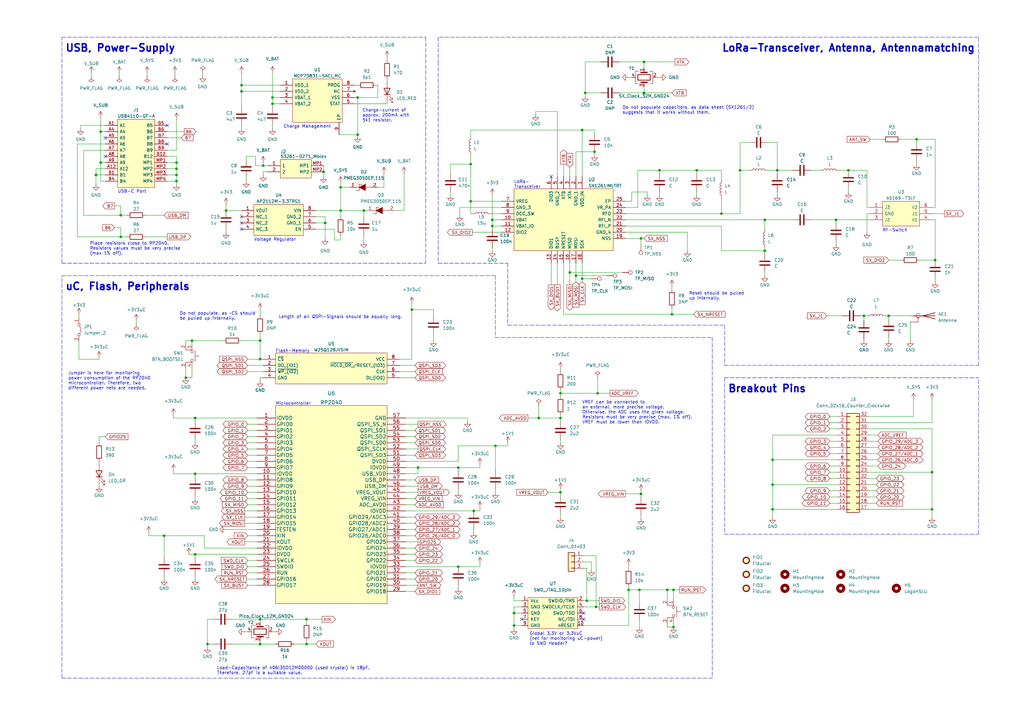
<source format=kicad_sch>
(kicad_sch (version 20211123) (generator eeschema)
  (paper "A3")
  (title_block (title "tinyLoRa") (date "21.03.2022") (rev "v1.00") (company "HSLU T&A") (comment 1 "Julian Staffelbach") (comment 2 "BAT FS22"))
  (lib_symbols
    (symbol "Connector:TestPoint" (pin_numbers hide) (pin_names (offset 0.762) hide)
      (property "Reference" "TP" (at 0 6.858 0))
      (property "Value" "TestPoint" (at 0 5.08 0))
      (symbol "TestPoint_1_1"
        (pin passive line (at 0 0 90) (length 2.54) (name "1") (number "1"))
      )
    )
    (symbol "Connector_Generic:Conn_01x03" (pin_names (offset 1.016) hide)
      (property "Reference" "J" (at 0 5.08 0))
      (property "Value" "Conn_01x03" (at 0 -5.08 0))
      (symbol "Conn_01x03_1_1"
        (pin passive line (at -5.08 2.54 0) (length 3.81) (name "Pin_1") (number "1"))
        (pin passive line (at -5.08 0 0) (length 3.81) (name "Pin_2") (number "2"))
        (pin passive line (at -5.08 -2.54 0) (length 3.81) (name "Pin_3") (number "3"))
      )
    )
    (symbol "Device:C" (pin_numbers hide) (pin_names (offset 0.254))
      (property "Reference" "C" (at 0.635 2.54 0))
      (property "Value" "C" (at 0.635 -2.54 0))
      (symbol "C_1_1"
        (pin passive line (at 0 3.81 270) (length 2.794) (name "~") (number "1"))
        (pin passive line (at 0 -3.81 90) (length 2.794) (name "~") (number "2"))
      )
    )
    (symbol "Device:L" (pin_numbers hide) (pin_names (offset 1.016) hide)
      (property "Reference" "L" (at -1.27 0 90))
      (property "Value" "L" (at 1.905 0 90))
      (symbol "L_1_1"
        (pin passive line (at 0 3.81 270) (length 1.27) (name "1") (number "1"))
        (pin passive line (at 0 -3.81 90) (length 1.27) (name "2") (number "2"))
      )
    )
    (symbol "Device:LED" (pin_numbers hide) (pin_names (offset 1.016) hide)
      (property "Reference" "D" (at 0 2.54 0))
      (property "Value" "LED" (at 0 -2.54 0))
      (symbol "LED_1_1"
        (pin passive line (at -3.81 0 0) (length 2.54) (name "K") (number "1"))
        (pin passive line (at 3.81 0 180) (length 2.54) (name "A") (number "2"))
      )
    )
    (symbol "Device:R" (pin_numbers hide) (pin_names (offset 0))
      (property "Reference" "R" (at 2.032 0 90))
      (property "Value" "R" (at 0 0 90))
      (symbol "R_1_1"
        (pin passive line (at 0 3.81 270) (length 1.27) (name "~") (number "1"))
        (pin passive line (at 0 -3.81 90) (length 1.27) (name "~") (number "2"))
      )
    )
    (symbol "Jumper:Jumper_2_Bridged" (pin_names (offset 0) hide)
      (property "Reference" "JP" (at 0 1.905 0))
      (property "Value" "Jumper_2_Bridged" (at 0 -2.54 0))
      (symbol "Jumper_2_Bridged_1_1"
        (pin passive line (at -5.08 0 0) (length 2.54) (name "A") (number "1"))
        (pin passive line (at 5.08 0 180) (length 2.54) (name "B") (number "2"))
      )
    )
    (symbol "Mechanical:Fiducial"
      (property "Reference" "FID" (at 0 5.08 0))
      (property "Value" "Fiducial" (at 0 3.175 0))
    )
    (symbol "Mechanical:MountingHole" (pin_names (offset 1.016))
      (property "Reference" "H" (at 0 5.08 0))
      (property "Value" "MountingHole" (at 0 3.175 0))
    )
    (symbol "Switch:SW_MEC_5E" (pin_names (offset 1.016) hide)
      (property "Reference" "SW" (at 0.635 5.715 0))
      (property "Value" "SW_MEC_5E" (at 0 -3.175 0))
      (symbol "SW_MEC_5E_0_1"
        (pin passive line (at -5.08 2.54 0) (length 2.54) (name "1") (number "1"))
        (pin passive line (at -5.08 0 0) (length 2.54) (name "2") (number "2"))
        (pin passive line (at 5.08 0 180) (length 2.54) (name "K") (number "3"))
        (pin passive line (at 5.08 2.54 180) (length 2.54) (name "A") (number "4"))
      )
    )
    (symbol "power:+1V1" (power) (pin_names (offset 0))
      (property "Value" "+1V1" (at 0 3.556 0))
      (symbol "+1V1_1_1"
        (pin power_in line (at 0 0 90) (length 0) hide (name "+1V1") (number "1"))
      )
    )
    (symbol "power:+3.3V" (power) (pin_names (offset 0))
      (property "Value" "+3.3V" (at 0 3.556 0))
      (symbol "+3.3V_1_1"
        (pin power_in line (at 0 0 90) (length 0) hide (name "+3V3") (number "1"))
      )
    )
    (symbol "power:GND" (power) (pin_names (offset 0))
      (property "Value" "GND" (at 0 -3.81 0))
      (symbol "GND_1_1"
        (pin power_in line (at 0 0 270) (length 0) hide (name "GND") (number "1"))
      )
    )
    (symbol "power:PWR_FLAG" (power) (pin_numbers hide) (pin_names (offset 0) hide)
      (property "Value" "PWR_FLAG" (at 0 3.81 0))
      (symbol "PWR_FLAG_0_0"
        (pin power_out line (at 0 0 90) (length 0) (name "pwr") (number "1"))
      )
    )
    (symbol "swd_jtag_10pin:SWD_JTAG_10pin" (pin_names (offset 1.016))
      (property "Reference" "U" (at 10.16 12.7 0))
      (property "Value" "SWD_JTAG_10pin" (at 10.16 -2.54 0))
      (symbol "SWD_JTAG_10pin_0_0"
        (pin power_in line (at -2.54 10.16 0) (length 2.54) (name "Vcc") (number "1"))
        (pin input line (at 22.86 0 180) (length 2.54) (name "nRESET") (number "10"))
        (pin bidirectional line (at 22.86 10.16 180) (length 2.54) (name "SWDIO/TMS") (number "2"))
        (pin power_in line (at -2.54 7.62 0) (length 2.54) (name "GND") (number "3"))
        (pin input line (at 22.86 7.62 180) (length 2.54) (name "SWDCLK/TCLK") (number "4"))
        (pin power_in line (at -2.54 5.08 0) (length 2.54) (name "GND") (number "5"))
        (pin output line (at 22.86 5.08 180) (length 2.54) (name "SWO/TDO") (number "6"))
        (pin unspecified line (at -2.54 2.54 0) (length 2.54) (name "KEY") (number "7"))
        (pin input line (at 22.86 2.54 180) (length 2.54) (name "NC/TDI") (number "8"))
        (pin power_in line (at -2.54 0 0) (length 2.54) (name "GND") (number "9"))
      )
    )
    (symbol "tinyLoRa_specific:+3.3VuC" (power) (pin_names (offset 0))
      (property "Value" "+3.3VuC" (at 0 3.556 0))
      (symbol "+3.3VuC_1_1"
        (pin power_in line (at 0 0 90) (length 0) hide (name "+3V3uC") (number "1"))
      )
    )
    (symbol "tinyLoRa_specific:53261-0271_Molex" (pin_names (offset 0.762))
      (property "Reference" "J" (at 19.05 7.62 0))
      (property "Value" "53261-0271_Molex" (at 19.05 5.08 0))
      (symbol "53261-0271_Molex_0_0"
        (pin passive line (at 0 -2.54 0) (length 5.08) (name "1") (number "1"))
        (pin passive line (at 0 0 0) (length 5.08) (name "2") (number "2"))
        (pin passive line (at 22.86 -2.54 180) (length 5.08) (name "MP1") (number "MP1"))
        (pin passive line (at 22.86 0 180) (length 5.08) (name "MP2") (number "MP2"))
      )
    )
    (symbol "tinyLoRa_specific:AP2112M-3.3TRG1" (pin_names (offset 0.762))
      (property "Reference" "IC" (at 26.67 7.62 0))
      (property "Value" "AP2112M-3.3TRG1" (at 26.67 5.08 0))
      (symbol "AP2112M-3.3TRG1_0_0"
        (pin passive line (at 0 0 0) (length 5.08) (name "VOUT") (number "1"))
        (pin passive line (at 0 -2.54 0) (length 5.08) (name "NC_1") (number "2"))
        (pin passive line (at 0 -5.08 0) (length 5.08) (name "NC_2") (number "3"))
        (pin passive line (at 0 -7.62 0) (length 5.08) (name "NC_3") (number "4"))
        (pin passive line (at 30.48 -7.62 180) (length 5.08) (name "EN") (number "5"))
        (pin passive line (at 30.48 -5.08 180) (length 5.08) (name "GND_1") (number "6"))
        (pin passive line (at 30.48 -2.54 180) (length 5.08) (name "GND_2") (number "7"))
        (pin passive line (at 30.48 0 180) (length 5.08) (name "VIN") (number "8"))
      )
    )
    (symbol "tinyLoRa_specific:AS169-73LF" (pin_names (offset 0.762))
      (property "Reference" "IC" (at 21.59 7.62 0))
      (property "Value" "AS169-73LF" (at 21.59 5.08 0))
      (symbol "AS169-73LF_0_0"
        (pin passive line (at 0 0 0) (length 5.08) (name "J3") (number "1"))
        (pin passive line (at 0 -2.54 0) (length 5.08) (name "GND") (number "2"))
        (pin passive line (at 0 -5.08 0) (length 5.08) (name "J2") (number "3"))
        (pin passive line (at 25.4 -5.08 180) (length 5.08) (name "V1") (number "4"))
        (pin passive line (at 25.4 -2.54 180) (length 5.08) (name "J1") (number "5"))
        (pin passive line (at 25.4 0 180) (length 5.08) (name "V2") (number "6"))
      )
    )
    (symbol "tinyLoRa_specific:Antenna" (pin_numbers hide) (pin_names (offset 1.016) hide)
      (property "Reference" "AE" (at -1.905 4.445 0))
      (property "Value" "Antenna" (at -1.905 2.54 0))
      (symbol "Antenna_1_1"
        (pin input line (at 0 -5.08 90) (length 2.54) (name "A") (number "1"))
        (pin input line (at 2.54 -5.08 90) (length 2.54) (name "Shield") (number "2"))
      )
    )
    (symbol "tinyLoRa_specific:Conn_02x16_tinyLoRa" (pin_names (offset 1.016) hide)
      (property "Reference" "J" (at 1.27 20.32 0))
      (property "Value" "Conn_02x16_tinyLoRa" (at 1.27 -22.86 0))
      (symbol "Conn_02x16_tinyLoRa_1_1"
        (pin passive line (at -5.08 17.78 0) (length 3.81) (name "Pin_1") (number "1"))
        (pin passive line (at -5.08 -5.08 0) (length 3.81) (name "Pin_10") (number "10"))
        (pin passive line (at -5.08 -7.62 0) (length 3.81) (name "Pin_11") (number "11"))
        (pin passive line (at -5.08 -10.16 0) (length 3.81) (name "Pin_12") (number "12"))
        (pin passive line (at -5.08 -12.7 0) (length 3.81) (name "Pin_13") (number "13"))
        (pin passive line (at -5.08 -15.24 0) (length 3.81) (name "Pin_14") (number "14"))
        (pin passive line (at -5.08 -17.78 0) (length 3.81) (name "Pin_15") (number "15"))
        (pin passive line (at -5.08 -20.32 0) (length 3.81) (name "Pin_16") (number "16"))
        (pin passive line (at 7.62 -20.32 180) (length 3.81) (name "Pin_17") (number "17"))
        (pin passive line (at 7.62 -17.78 180) (length 3.81) (name "Pin_18") (number "18"))
        (pin passive line (at 7.62 -15.24 180) (length 3.81) (name "Pin_19") (number "19"))
        (pin passive line (at -5.08 15.24 0) (length 3.81) (name "Pin_2") (number "2"))
        (pin passive line (at 7.62 -12.7 180) (length 3.81) (name "Pin_20") (number "20"))
        (pin passive line (at 7.62 -10.16 180) (length 3.81) (name "Pin_21") (number "21"))
        (pin passive line (at 7.62 -7.62 180) (length 3.81) (name "Pin_22") (number "22"))
        (pin passive line (at 7.62 -5.08 180) (length 3.81) (name "Pin_23") (number "23"))
        (pin passive line (at 7.62 -2.54 180) (length 3.81) (name "Pin_24") (number "24"))
        (pin passive line (at 7.62 0 180) (length 3.81) (name "Pin_25") (number "25"))
        (pin passive line (at 7.62 2.54 180) (length 3.81) (name "Pin_26") (number "26"))
        (pin passive line (at 7.62 5.08 180) (length 3.81) (name "Pin_27") (number "27"))
        (pin passive line (at 7.62 7.62 180) (length 3.81) (name "Pin_28") (number "28"))
        (pin passive line (at 7.62 10.16 180) (length 3.81) (name "Pin_29") (number "29"))
        (pin passive line (at -5.08 12.7 0) (length 3.81) (name "Pin_3") (number "3"))
        (pin passive line (at 7.62 12.7 180) (length 3.81) (name "Pin_30") (number "30"))
        (pin passive line (at 7.62 15.24 180) (length 3.81) (name "Pin_31") (number "31"))
        (pin passive line (at 7.62 17.78 180) (length 3.81) (name "Pin_32") (number "32"))
        (pin passive line (at -5.08 10.16 0) (length 3.81) (name "Pin_4") (number "4"))
        (pin passive line (at -5.08 7.62 0) (length 3.81) (name "Pin_5") (number "5"))
        (pin passive line (at -5.08 5.08 0) (length 3.81) (name "Pin_6") (number "6"))
        (pin passive line (at -5.08 2.54 0) (length 3.81) (name "Pin_7") (number "7"))
        (pin passive line (at -5.08 0 0) (length 3.81) (name "Pin_8") (number "8"))
        (pin passive line (at -5.08 -2.54 0) (length 3.81) (name "Pin_9") (number "9"))
      )
    )
    (symbol "tinyLoRa_specific:MCP73831-5ACI_MC" (pin_names (offset 0.762))
      (property "Reference" "IC" (at 26.67 7.62 0))
      (property "Value" "MCP73831-5ACI_MC" (at 26.67 5.08 0))
      (symbol "MCP73831-5ACI_MC_0_0"
        (pin passive line (at 0 0 0) (length 5.08) (name "VDD_1") (number "1"))
        (pin passive line (at 0 -2.54 0) (length 5.08) (name "VDD_2") (number "2"))
        (pin passive line (at 0 -5.08 0) (length 5.08) (name "VBAT_1") (number "3"))
        (pin passive line (at 0 -7.62 0) (length 5.08) (name "VBAT_2") (number "4"))
        (pin passive line (at 30.48 -7.62 180) (length 5.08) (name "STAT") (number "5"))
        (pin passive line (at 30.48 -5.08 180) (length 5.08) (name "VSS") (number "6"))
        (pin no_connect line (at 30.48 -2.54 180) (length 5.08) (name "NC") (number "7"))
        (pin passive line (at 30.48 0 180) (length 5.08) (name "PROG") (number "8"))
        (pin passive line (at 24.13 -20.32 90) (length 5.08) (name "EP") (number "9"))
      )
    )
    (symbol "tinyLoRa_specific:PMEG3050EP,115" (pin_names (offset 0.762))
      (property "Reference" "D" (at 12.7 8.89 0))
      (property "Value" "PMEG3050EP,115" (at 12.7 6.35 0))
      (symbol "PMEG3050EP,115_0_0"
        (pin passive line (at 3.81 0 0) (length 2.54) (name "~") (number "1"))
        (pin passive line (at 15.24 0 180) (length 2.54) (name "~") (number "2"))
      )
    )
    (symbol "tinyLoRa_specific:Pico_Clock_12M_GND24" (pin_names (offset 1.016) hide)
      (property "Reference" "Y" (at 3.175 5.08 0))
      (property "Value" "Pico_Clock_12M_GND24" (at 3.175 3.175 0))
      (symbol "Pico_Clock_12M_GND24_1_1"
        (pin passive line (at -3.81 0 0) (length 1.27) (name "1") (number "1"))
        (pin passive line (at 0 5.08 270) (length 1.27) (name "2") (number "2"))
        (pin passive line (at 3.81 0 180) (length 1.27) (name "3") (number "3"))
        (pin passive line (at 0 -5.08 90) (length 1.27) (name "4") (number "4"))
      )
    )
    (symbol "tinyLoRa_specific:RP2040" (pin_names (offset 0.254))
      (property "Reference" "U" (at 30.48 10.16 0))
      (property "Value" "RP2040" (at 30.48 7.62 0))
      (symbol "RP2040_1_1"
        (pin power_in line (at 0 0 0) (length 7.62) (name "IOVDD") (number "1"))
        (pin power_in line (at 0 -22.86 0) (length 7.62) (name "IOVDD") (number "10"))
        (pin bidirectional line (at 0 -25.4 0) (length 7.62) (name "GPIO8") (number "11"))
        (pin bidirectional line (at 0 -27.94 0) (length 7.62) (name "GPIO9") (number "12"))
        (pin bidirectional line (at 0 -30.48 0) (length 7.62) (name "GPIO10") (number "13"))
        (pin bidirectional line (at 0 -33.02 0) (length 7.62) (name "GPIO11") (number "14"))
        (pin bidirectional line (at 0 -35.56 0) (length 7.62) (name "GPIO12") (number "15"))
        (pin bidirectional line (at 0 -38.1 0) (length 7.62) (name "GPIO13") (number "16"))
        (pin bidirectional line (at 0 -40.64 0) (length 7.62) (name "GPIO14") (number "17"))
        (pin bidirectional line (at 0 -43.18 0) (length 7.62) (name "GPIO15") (number "18"))
        (pin bidirectional line (at 0 -45.72 0) (length 7.62) (name "TESTEN") (number "19"))
        (pin bidirectional line (at 0 -2.54 0) (length 7.62) (name "GPIO0") (number "2"))
        (pin unspecified line (at 0 -48.26 0) (length 7.62) (name "XIN") (number "20"))
        (pin output line (at 0 -50.8 0) (length 7.62) (name "XOUT") (number "21"))
        (pin power_in line (at 0 -53.34 0) (length 7.62) (name "IOVDD") (number "22"))
        (pin power_in line (at 0 -55.88 0) (length 7.62) (name "DVDD") (number "23"))
        (pin unspecified line (at 0 -58.42 0) (length 7.62) (name "SWCLK") (number "24"))
        (pin unspecified line (at 0 -60.96 0) (length 7.62) (name "SWDIO") (number "25"))
        (pin unspecified line (at 0 -63.5 0) (length 7.62) (name "RUN") (number "26"))
        (pin bidirectional line (at 0 -66.04 0) (length 7.62) (name "GPIO16") (number "27"))
        (pin bidirectional line (at 0 -68.58 0) (length 7.62) (name "GPIO17") (number "28"))
        (pin bidirectional line (at 60.96 -71.12 180) (length 7.62) (name "GPIO18") (number "29"))
        (pin bidirectional line (at 0 -5.08 0) (length 7.62) (name "GPIO1") (number "3"))
        (pin bidirectional line (at 60.96 -68.58 180) (length 7.62) (name "GPIO19") (number "30"))
        (pin bidirectional line (at 60.96 -66.04 180) (length 7.62) (name "GPIO20") (number "31"))
        (pin bidirectional line (at 60.96 -63.5 180) (length 7.62) (name "GPIO21") (number "32"))
        (pin power_in line (at 60.96 -60.96 180) (length 7.62) (name "IOVDD") (number "33"))
        (pin bidirectional line (at 60.96 -58.42 180) (length 7.62) (name "GPIO22") (number "34"))
        (pin bidirectional line (at 60.96 -55.88 180) (length 7.62) (name "GPIO23") (number "35"))
        (pin bidirectional line (at 60.96 -53.34 180) (length 7.62) (name "GPIO24") (number "36"))
        (pin bidirectional line (at 60.96 -50.8 180) (length 7.62) (name "GPIO25") (number "37"))
        (pin bidirectional line (at 60.96 -48.26 180) (length 7.62) (name "GPIO26/ADC0") (number "38"))
        (pin bidirectional line (at 60.96 -45.72 180) (length 7.62) (name "GPIO27/ADC1") (number "39"))
        (pin bidirectional line (at 0 -7.62 0) (length 7.62) (name "GPIO2") (number "4"))
        (pin bidirectional line (at 60.96 -43.18 180) (length 7.62) (name "GPIO28/ADC2") (number "40"))
        (pin bidirectional line (at 60.96 -40.64 180) (length 7.62) (name "GPIO29/ADC3") (number "41"))
        (pin power_in line (at 60.96 -38.1 180) (length 7.62) (name "IOVDD") (number "42"))
        (pin power_in line (at 60.96 -35.56 180) (length 7.62) (name "ADC_AVDD") (number "43"))
        (pin unspecified line (at 60.96 -33.02 180) (length 7.62) (name "VREG_VIN") (number "44"))
        (pin power_out line (at 60.96 -30.48 180) (length 7.62) (name "VREG_VOUT") (number "45"))
        (pin unspecified line (at 60.96 -27.94 180) (length 7.62) (name "USB_DM") (number "46"))
        (pin unspecified line (at 60.96 -25.4 180) (length 7.62) (name "USB_DP") (number "47"))
        (pin power_in line (at 60.96 -22.86 180) (length 7.62) (name "USB_VDD") (number "48"))
        (pin power_in line (at 60.96 -20.32 180) (length 7.62) (name "IOVDD") (number "49"))
        (pin bidirectional line (at 0 -10.16 0) (length 7.62) (name "GPIO3") (number "5"))
        (pin power_in line (at 60.96 -17.78 180) (length 7.62) (name "DVDD") (number "50"))
        (pin bidirectional line (at 60.96 -15.24 180) (length 7.62) (name "QSPI_SD3") (number "51"))
        (pin unspecified line (at 60.96 -12.7 180) (length 7.62) (name "QSPI_SCLK") (number "52"))
        (pin bidirectional line (at 60.96 -10.16 180) (length 7.62) (name "QSPI_SD0") (number "53"))
        (pin bidirectional line (at 60.96 -7.62 180) (length 7.62) (name "QSPI_SD2") (number "54"))
        (pin bidirectional line (at 60.96 -5.08 180) (length 7.62) (name "QSPI_SD1") (number "55"))
        (pin unspecified line (at 60.96 -2.54 180) (length 7.62) (name "QSPI_SS_N") (number "56"))
        (pin power_in line (at 60.96 0 180) (length 7.62) (name "GND") (number "57"))
        (pin bidirectional line (at 0 -12.7 0) (length 7.62) (name "GPIO4") (number "6"))
        (pin bidirectional line (at 0 -15.24 0) (length 7.62) (name "GPIO5") (number "7"))
        (pin bidirectional line (at 0 -17.78 0) (length 7.62) (name "GPIO6") (number "8"))
        (pin bidirectional line (at 0 -20.32 0) (length 7.62) (name "GPIO7") (number "9"))
      )
    )
    (symbol "tinyLoRa_specific:SX1261IMLTRT" (pin_names (offset 0.762))
      (property "Reference" "IC" (at 31.75 17.78 0))
      (property "Value" "SX1261IMLTRT" (at 31.75 15.24 0))
      (symbol "SX1261IMLTRT_0_0"
        (pin passive line (at 0 0 0) (length 5.08) (name "VDD_IN") (number "1"))
        (pin passive line (at 17.78 -33.02 90) (length 5.08) (name "VBAT") (number "10"))
        (pin passive line (at 20.32 -33.02 90) (length 5.08) (name "VBAT_IO") (number "11"))
        (pin passive line (at 22.86 -33.02 90) (length 5.08) (name "DIO2") (number "12"))
        (pin passive line (at 35.56 -12.7 180) (length 5.08) (name "DIO1") (number "13"))
        (pin passive line (at 35.56 -10.16 180) (length 5.08) (name "BUSY") (number "14"))
        (pin passive line (at 35.56 -7.62 180) (length 5.08) (name "NRESET") (number "15"))
        (pin passive line (at 35.56 -5.08 180) (length 5.08) (name "MISO") (number "16"))
        (pin passive line (at 35.56 -2.54 180) (length 5.08) (name "MOSI") (number "17"))
        (pin passive line (at 35.56 0 180) (length 5.08) (name "SCK") (number "18"))
        (pin passive line (at 25.4 17.78 270) (length 5.08) (name "NSS") (number "19"))
        (pin passive line (at 0 -2.54 0) (length 5.08) (name "GND_1") (number "2"))
        (pin passive line (at 22.86 17.78 270) (length 5.08) (name "GND_4") (number "20"))
        (pin passive line (at 20.32 17.78 270) (length 5.08) (name "RFI_P") (number "21"))
        (pin passive line (at 17.78 17.78 270) (length 5.08) (name "RFI_N") (number "22"))
        (pin passive line (at 15.24 17.78 270) (length 5.08) (name "RFO") (number "23"))
        (pin passive line (at 12.7 17.78 270) (length 5.08) (name "VR_PA") (number "24"))
        (pin passive line (at 10.16 17.78 270) (length 5.08) (name "EP") (number "25"))
        (pin passive line (at 0 -5.08 0) (length 5.08) (name "XTA") (number "3"))
        (pin passive line (at 0 -7.62 0) (length 5.08) (name "XTB") (number "4"))
        (pin passive line (at 0 -10.16 0) (length 5.08) (name "GND_2") (number "5"))
        (pin passive line (at 0 -12.7 0) (length 5.08) (name "DIO3") (number "6"))
        (pin passive line (at 10.16 -33.02 90) (length 5.08) (name "VREG") (number "7"))
        (pin passive line (at 12.7 -33.02 90) (length 5.08) (name "GND_3") (number "8"))
        (pin passive line (at 15.24 -33.02 90) (length 5.08) (name "DCC_SW") (number "9"))
      )
    )
    (symbol "tinyLoRa_specific:SX_Clock_32M_GND24" (pin_names (offset 1.016) hide)
      (property "Reference" "Y" (at 3.175 5.08 0))
      (property "Value" "SX_Clock_32M_GND24" (at 3.175 3.175 0))
      (symbol "SX_Clock_32M_GND24_1_1"
        (pin passive line (at -3.81 0 0) (length 1.27) (name "1") (number "1"))
        (pin passive line (at 0 5.08 270) (length 1.27) (name "2") (number "2"))
        (pin passive line (at 3.81 0 180) (length 1.27) (name "3") (number "3"))
        (pin passive line (at 0 -5.08 90) (length 1.27) (name "4") (number "4"))
      )
    )
    (symbol "tinyLoRa_specific:USB4110-GF-A" (pin_names (offset 0.762))
      (property "Reference" "J" (at 21.59 7.62 0))
      (property "Value" "USB4110-GF-A" (at 21.59 5.08 0))
      (symbol "USB4110-GF-A_0_0"
        (pin passive line (at 0 0 0) (length 5.08) (name "A1") (number "A1"))
        (pin passive line (at 0 -17.78 0) (length 5.08) (name "A12") (number "A12"))
        (pin passive line (at 0 -2.54 0) (length 5.08) (name "A4") (number "A4"))
        (pin passive line (at 0 -5.08 0) (length 5.08) (name "A5") (number "A5"))
        (pin passive line (at 0 -7.62 0) (length 5.08) (name "A6") (number "A6"))
        (pin passive line (at 0 -10.16 0) (length 5.08) (name "A7") (number "A7"))
        (pin passive line (at 0 -12.7 0) (length 5.08) (name "A8") (number "A8"))
        (pin passive line (at 0 -15.24 0) (length 5.08) (name "A9") (number "A9"))
        (pin passive line (at 0 -20.32 0) (length 5.08) (name "B1") (number "B1"))
        (pin passive line (at 25.4 -12.7 180) (length 5.08) (name "B12") (number "B12"))
        (pin passive line (at 0 -22.86 0) (length 5.08) (name "B4") (number "B4"))
        (pin passive line (at 25.4 0 180) (length 5.08) (name "B5") (number "B5"))
        (pin passive line (at 25.4 -2.54 180) (length 5.08) (name "B6") (number "B6"))
        (pin passive line (at 25.4 -5.08 180) (length 5.08) (name "B7") (number "B7"))
        (pin passive line (at 25.4 -7.62 180) (length 5.08) (name "B8") (number "B8"))
        (pin passive line (at 25.4 -10.16 180) (length 5.08) (name "B9") (number "B9"))
        (pin passive line (at 25.4 -15.24 180) (length 5.08) (name "MP1") (number "MP1"))
        (pin passive line (at 25.4 -17.78 180) (length 5.08) (name "MP2") (number "MP2"))
        (pin passive line (at 25.4 -20.32 180) (length 5.08) (name "MP3") (number "MP3"))
        (pin passive line (at 25.4 -22.86 180) (length 5.08) (name "MP4") (number "MP4"))
      )
    )
    (symbol "tinyLoRa_specific:V_BAT" (power) (pin_names (offset 0))
      (property "Value" "V_BAT" (at 0 3.556 0))
      (symbol "V_BAT_1_1"
        (pin power_in line (at 0 0 90) (length 0) hide (name "V_BAT") (number "1"))
      )
    )
    (symbol "tinyLoRa_specific:V_SYS" (power) (pin_names (offset 0))
      (property "Value" "V_SYS" (at 0 3.556 0))
      (symbol "V_SYS_1_1"
        (pin power_in line (at 0 0 90) (length 0) hide (name "V_SYS") (number "1"))
      )
    )
    (symbol "tinyLoRa_specific:V_USB" (power) (pin_names (offset 0))
      (property "Value" "V_USB" (at 0 3.556 0))
      (symbol "V_USB_1_1"
        (pin power_in line (at 0 0 90) (length 0) hide (name "V_SUB") (number "1"))
      )
    )
    (symbol "tinyLoRa_specific:W25Q128JVSIM" (pin_names (offset 0.762))
      (property "Reference" "IC" (at 52.07 7.62 0))
      (property "Value" "W25Q128JVSIM" (at 52.07 5.08 0))
      (symbol "W25Q128JVSIM_0_0"
        (pin passive line (at 0 0 0) (length 5.08) (name "~{CS}") (number "1"))
        (pin passive line (at 0 -2.54 0) (length 5.08) (name "DO_(IO1)") (number "2"))
        (pin passive line (at 0 -5.08 0) (length 5.08) (name "~{WP_(IO2})") (number "3"))
        (pin passive line (at 0 -7.62 0) (length 5.08) (name "GND") (number "4"))
        (pin passive line (at 55.88 -7.62 180) (length 5.08) (name "DI_(IO0)") (number "5"))
        (pin passive line (at 55.88 -5.08 180) (length 5.08) (name "CLK") (number "6"))
        (pin passive line (at 55.88 -2.54 180) (length 5.08) (name "~{HOLD_OR_}/RESET_(IO3)") (number "7"))
        (pin passive line (at 55.88 0 180) (length 5.08) (name "VCC") (number "8"))
      )
    )
  )
  (junction (at 111.76 42.545))
  (junction (at 72.39 71.755))
  (junction (at 354.33 129.54))
  (junction (at 347.98 69.85))
  (junction (at 139.7 76.835))
  (junction (at 313.69 90.17))
  (junction (at 201.93 92.71))
  (junction (at 201.93 90.17))
  (junction (at 76.2 154.94))
  (junction (at 67.31 219.71))
  (junction (at 39.37 71.755))
  (junction (at 99.06 37.465))
  (junction (at 80.01 171.45))
  (junction (at 210.82 251.46))
  (junction (at 342.9 90.17))
  (junction (at 99.06 34.925))
  (junction (at 132.715 70.485))
  (junction (at 193.04 82.55))
  (junction (at 106.68 264.16))
  (junction (at 107.95 67.945))
  (junction (at 49.53 88.265))
  (junction (at 229.87 161.29))
  (junction (at 92.71 86.36))
  (junction (at 240.03 38.1))
  (junction (at 275.59 128.905))
  (junction (at 238.76 114.3))
  (junction (at 270.51 69.85))
  (junction (at 111.76 40.005))
  (junction (at 243.84 62.23))
  (junction (at 133.35 91.44))
  (junction (at 264.16 25.4))
  (junction (at 273.685 241.935))
  (junction (at 85.09 264.16))
  (junction (at 303.53 69.85))
  (junction (at 276.225 257.175))
  (junction (at 245.11 161.29))
  (junction (at 168.91 127))
  (junction (at 285.75 69.85))
  (junction (at 316.865 208.915))
  (junction (at 382.27 193.675))
  (junction (at 276.225 241.935))
  (junction (at 233.68 111.76))
  (junction (at 78.74 139.7))
  (junction (at 171.45 191.77))
  (junction (at 72.39 74.295))
  (junction (at 229.87 171.45))
  (junction (at 187.96 191.77))
  (junction (at 262.89 97.79))
  (junction (at 220.98 171.45))
  (junction (at 364.49 129.54))
  (junction (at 125.73 264.16))
  (junction (at 238.76 53.34))
  (junction (at 262.255 241.935))
  (junction (at 106.68 147.32))
  (junction (at 106.68 254))
  (junction (at 262.89 202.565))
  (junction (at 240.665 246.38))
  (junction (at 125.73 254))
  (junction (at 49.53 97.155))
  (junction (at 41.275 53.975))
  (junction (at 80.01 227.33))
  (junction (at 210.82 256.54))
  (junction (at 295.91 87.63))
  (junction (at 106.68 139.7))
  (junction (at 146.685 40.005))
  (junction (at 193.04 67.31))
  (junction (at 72.39 66.675))
  (junction (at 187.96 232.41))
  (junction (at 139.7 86.36))
  (junction (at 41.275 66.675))
  (junction (at 236.22 113.03))
  (junction (at 383.54 106.68))
  (junction (at 149.225 86.36))
  (junction (at 318.77 69.85))
  (junction (at 264.16 38.1))
  (junction (at 229.87 201.93))
  (junction (at 316.865 188.595))
  (junction (at 313.69 102.87))
  (junction (at 316.865 198.755))
  (junction (at 244.475 248.92))
  (junction (at 194.31 209.55))
  (junction (at 257.81 241.935))
  (junction (at 375.92 57.15))
  (junction (at 80.01 194.31))
  (junction (at 203.2 182.88))
  (junction (at 146.685 55.245))
  (junction (at 382.27 208.915))
  (junction (at 72.39 69.215))
  (no_connect (at 239.395 251.46))
  (no_connect (at 239.395 254))
  (no_connect (at 99.06 91.44))
  (no_connect (at 99.06 88.9))
  (no_connect (at 99.06 93.98))
  (no_connect (at 226.06 72.39))
  (no_connect (at 43.18 56.515))
  (no_connect (at 43.18 64.135))
  (no_connect (at 68.58 59.055))
  (no_connect (at 68.58 51.435))
  (no_connect (at 213.995 254))
  (wire (pts (xy 194.31 217.17) (xy 194.31 218.44)))
  (wire (pts (xy 239.395 227.965) (xy 244.475 227.965)))
  (wire (pts (xy 76.2 151.13) (xy 76.2 154.94)))
  (wire (pts (xy 332.74 69.85) (xy 336.55 69.85)))
  (wire (pts (xy 99.06 37.465) (xy 99.06 34.925)))
  (wire (pts (xy 303.53 69.85) (xy 307.34 69.85)))
  (wire (pts (xy 166.37 201.93) (xy 171.45 201.93)))
  (wire (pts (xy 239.395 230.505) (xy 242.57 230.505)))
  (wire (pts (xy 383.54 57.15) (xy 375.92 57.15)))
  (wire (pts (xy 316.865 208.915) (xy 343.535 208.915)))
  (wire (pts (xy 314.96 58.42) (xy 318.77 58.42)))
  (wire (pts (xy 261.62 85.09) (xy 261.62 69.85)))
  (wire (pts (xy 236.22 113.03) (xy 248.92 113.03)))
  (wire (pts (xy 295.91 102.87) (xy 295.91 92.71)))
  (wire (pts (xy 49.53 97.155) (xy 52.07 97.155)))
  (wire (pts (xy 101.6 207.01) (xy 105.41 207.01)))
  (wire (pts (xy 68.58 74.295) (xy 72.39 74.295)))
  (wire (pts (xy 41.275 66.675) (xy 41.275 74.295)))
  (wire (pts (xy 220.98 166.37) (xy 220.98 171.45)))
  (wire (pts (xy 340.36 203.835) (xy 343.535 203.835)))
  (wire (pts (xy 101.6 179.07) (xy 105.41 179.07)))
  (wire (pts (xy 149.225 96.52) (xy 149.225 99.06)))
  (wire (pts (xy 177.8 137.16) (xy 177.8 139.7)))
  (wire (pts (xy 129.54 91.44) (xy 133.35 91.44)))
  (wire (pts (xy 295.91 69.85) (xy 285.75 69.85)))
  (wire (pts (xy 364.49 129.54) (xy 373.38 129.54)))
  (wire (pts (xy 166.37 179.07) (xy 170.18 179.07)))
  (wire (pts (xy 101.6 201.93) (xy 105.41 201.93)))
  (wire (pts (xy 259.08 78.74) (xy 265.43 78.74)))
  (wire (pts (xy 46.99 84.455) (xy 49.53 84.455)))
  (wire (pts (xy 257.81 256.54) (xy 257.81 241.935)))
  (wire (pts (xy 229.87 210.82) (xy 229.87 212.09)))
  (wire (pts (xy 139.7 86.36) (xy 149.225 86.36)))
  (wire (pts (xy 101.6 219.71) (xy 105.41 219.71)))
  (wire (pts (xy 107.95 154.94) (xy 106.68 154.94)))
  (wire (pts (xy 196.85 208.28) (xy 196.85 209.55)))
  (wire (pts (xy 316.865 198.755) (xy 343.535 198.755)))
  (wire (pts (xy 318.77 71.12) (xy 318.77 69.85)))
  (wire (pts (xy 83.185 31.115) (xy 83.185 29.845)))
  (wire (pts (xy 85.09 264.16) (xy 85.09 254)))
  (wire (pts (xy 194.31 209.55) (xy 196.85 209.55)))
  (wire (pts (xy 80.01 180.34) (xy 80.01 181.61)))
  (wire (pts (xy 78.74 139.7) (xy 78.74 140.97)))
  (wire (pts (xy 168.91 127) (xy 168.91 147.32)))
  (wire (pts (xy 40.64 147.32) (xy 32.385 147.32)))
  (wire (pts (xy 105.41 194.31) (xy 80.01 194.31)))
  (wire (pts (xy 32.385 140.335) (xy 32.385 147.32)))
  (wire (pts (xy 316.865 188.595) (xy 316.865 198.755)))
  (wire (pts (xy 99.06 139.7) (xy 106.68 139.7)))
  (wire (pts (xy 231.14 107.95) (xy 231.14 128.905)))
  (wire (pts (xy 356.235 188.595) (xy 360.045 188.595)))
  (wire (pts (xy 40.64 179.07) (xy 43.18 179.07)))
  (wire (pts (xy 101.6 204.47) (xy 105.41 204.47)))
  (wire (pts (xy 100.33 209.55) (xy 105.41 209.55)))
  (wire (pts (xy 356.235 183.515) (xy 360.045 183.515)))
  (wire (pts (xy 340.36 193.675) (xy 343.535 193.675)))
  (wire (pts (xy 313.69 101.6) (xy 313.69 102.87)))
  (wire (pts (xy 210.82 248.92) (xy 210.82 251.46)))
  (wire (pts (xy 101.6 149.86) (xy 107.95 149.86)))
  (wire (pts (xy 239.395 233.045) (xy 240.665 233.045)))
  (wire (pts (xy 210.82 251.46) (xy 210.82 256.54)))
  (wire (pts (xy 100.965 237.49) (xy 105.41 237.49)))
  (wire (pts (xy 285.75 69.85) (xy 285.75 71.12)))
  (wire (pts (xy 375.92 66.04) (xy 375.92 67.31)))
  (polyline (pts (xy 203.2 113.03) (xy 203.2 138.43)))
  (wire (pts (xy 313.69 90.17) (xy 325.12 90.17)))
  (wire (pts (xy 193.04 53.34) (xy 238.76 53.34)))
  (wire (pts (xy 80.01 171.45) (xy 80.01 172.72)))
  (wire (pts (xy 145.415 34.925) (xy 146.685 34.925)))
  (wire (pts (xy 245.11 154.94) (xy 245.11 161.29)))
  (wire (pts (xy 125.73 254) (xy 132.08 254)))
  (wire (pts (xy 83.82 219.71) (xy 67.31 219.71)))
  (wire (pts (xy 347.98 77.47) (xy 347.98 78.74)))
  (wire (pts (xy 43.18 74.295) (xy 41.275 74.295)))
  (wire (pts (xy 256.54 92.71) (xy 295.91 92.71)))
  (wire (pts (xy 270.51 78.74) (xy 270.51 80.01)))
  (wire (pts (xy 99.06 86.36) (xy 92.71 86.36)))
  (wire (pts (xy 100.33 212.09) (xy 105.41 212.09)))
  (wire (pts (xy 154.94 34.925) (xy 154.94 40.005)))
  (wire (pts (xy 210.82 251.46) (xy 213.995 251.46)))
  (wire (pts (xy 340.36 206.375) (xy 343.535 206.375)))
  (wire (pts (xy 201.93 92.71) (xy 205.74 92.71)))
  (wire (pts (xy 201.295 87.63) (xy 205.74 87.63)))
  (wire (pts (xy 166.37 176.53) (xy 170.18 176.53)))
  (wire (pts (xy 275.59 126.365) (xy 275.59 128.905)))
  (wire (pts (xy 111.76 43.815) (xy 111.76 42.545)))
  (wire (pts (xy 80.01 194.31) (xy 71.12 194.31)))
  (wire (pts (xy 101.6 229.87) (xy 105.41 229.87)))
  (wire (pts (xy 356.235 208.915) (xy 382.27 208.915)))
  (wire (pts (xy 184.785 71.12) (xy 184.785 67.31)))
  (polyline (pts (xy 179.705 107.95) (xy 208.28 107.95)))
  (polyline (pts (xy 25.4 107.95) (xy 25.4 15.24)))
  (wire (pts (xy 262.89 202.565) (xy 262.89 203.835)))
  (wire (pts (xy 273.685 257.175) (xy 276.225 257.175)))
  (wire (pts (xy 154.94 40.005) (xy 146.685 40.005)))
  (wire (pts (xy 233.68 111.76) (xy 255.27 111.76)))
  (wire (pts (xy 203.2 200.66) (xy 203.2 201.93)))
  (wire (pts (xy 187.96 182.88) (xy 203.2 182.88)))
  (wire (pts (xy 354.33 129.54) (xy 355.6 129.54)))
  (wire (pts (xy 125.73 264.16) (xy 129.54 264.16)))
  (wire (pts (xy 340.36 201.295) (xy 343.535 201.295)))
  (wire (pts (xy 80.01 228.6) (xy 80.01 227.33)))
  (wire (pts (xy 356.235 198.755) (xy 359.41 198.755)))
  (polyline (pts (xy 25.4 278.13) (xy 292.1 278.13)))
  (polyline (pts (xy 203.2 138.43) (xy 292.1 138.43)))
  (wire (pts (xy 146.685 40.005) (xy 145.415 40.005)))
  (wire (pts (xy 166.37 207.01) (xy 170.18 207.01)))
  (wire (pts (xy 364.49 129.54) (xy 363.22 129.54)))
  (wire (pts (xy 40.64 146.685) (xy 40.64 147.32)))
  (wire (pts (xy 313.69 90.17) (xy 313.69 93.98)))
  (wire (pts (xy 316.865 188.595) (xy 343.535 188.595)))
  (wire (pts (xy 356.235 173.355) (xy 382.27 173.355)))
  (wire (pts (xy 377.19 106.68) (xy 383.54 106.68)))
  (wire (pts (xy 60.325 29.845) (xy 60.325 31.115)))
  (wire (pts (xy 101.6 181.61) (xy 105.41 181.61)))
  (wire (pts (xy 49.53 84.455) (xy 49.53 88.265)))
  (wire (pts (xy 166.37 242.57) (xy 170.18 242.57)))
  (polyline (pts (xy 297.18 149.86) (xy 401.32 149.86)))
  (wire (pts (xy 303.53 87.63) (xy 295.91 87.63)))
  (wire (pts (xy 356.235 170.815) (xy 374.65 170.815)))
  (wire (pts (xy 31.75 97.155) (xy 49.53 97.155)))
  (wire (pts (xy 236.22 113.03) (xy 236.22 115.57)))
  (wire (pts (xy 171.45 191.77) (xy 187.96 191.77)))
  (wire (pts (xy 76.2 139.7) (xy 78.74 139.7)))
  (wire (pts (xy 276.225 241.935) (xy 278.765 241.935)))
  (wire (pts (xy 100.33 259.08) (xy 101.6 259.08)))
  (wire (pts (xy 85.09 264.16) (xy 87.63 264.16)))
  (wire (pts (xy 139.7 74.93) (xy 139.7 76.835)))
  (wire (pts (xy 132.715 70.485) (xy 132.715 72.39)))
  (wire (pts (xy 276.225 255.905) (xy 276.225 257.175)))
  (wire (pts (xy 228.6 107.95) (xy 228.6 116.84)))
  (wire (pts (xy 201.93 92.71) (xy 201.93 93.98)))
  (wire (pts (xy 72.39 61.595) (xy 72.39 48.895)))
  (wire (pts (xy 166.37 237.49) (xy 170.18 237.49)))
  (wire (pts (xy 355.6 69.85) (xy 347.98 69.85)))
  (wire (pts (xy 101.6 240.03) (xy 105.41 240.03)))
  (wire (pts (xy 166.37 181.61) (xy 170.18 181.61)))
  (wire (pts (xy 59.69 97.155) (xy 68.58 97.155)))
  (wire (pts (xy 146.685 40.005) (xy 146.685 55.245)))
  (wire (pts (xy 262.255 241.935) (xy 262.255 247.015)))
  (wire (pts (xy 106.68 254) (xy 95.25 254)))
  (wire (pts (xy 355.6 87.63) (xy 356.87 87.63)))
  (wire (pts (xy 219.71 45.72) (xy 219.71 46.99)))
  (polyline (pts (xy 292.1 138.43) (xy 292.1 278.13)))
  (wire (pts (xy 41.275 66.675) (xy 43.18 66.675)))
  (wire (pts (xy 72.39 66.675) (xy 72.39 64.135)))
  (wire (pts (xy 80.01 227.33) (xy 105.41 227.33)))
  (wire (pts (xy 191.77 171.45) (xy 191.77 172.72)))
  (polyline (pts (xy 25.4 278.13) (xy 25.4 113.03)))
  (polyline (pts (xy 208.28 133.35) (xy 297.18 133.35)))
  (wire (pts (xy 48.895 29.845) (xy 48.895 31.115)))
  (wire (pts (xy 107.95 66.675) (xy 107.95 67.945)))
  (wire (pts (xy 229.87 151.13) (xy 229.87 152.4)))
  (wire (pts (xy 318.77 58.42) (xy 318.77 69.85)))
  (wire (pts (xy 166.37 217.17) (xy 170.18 217.17)))
  (wire (pts (xy 55.88 131.445) (xy 55.88 132.715)))
  (wire (pts (xy 229.87 170.18) (xy 229.87 171.45)))
  (wire (pts (xy 239.395 248.92) (xy 244.475 248.92)))
  (wire (pts (xy 356.235 201.295) (xy 359.41 201.295)))
  (wire (pts (xy 33.02 52.705) (xy 33.02 51.435)))
  (wire (pts (xy 261.62 69.85) (xy 270.51 69.85)))
  (wire (pts (xy 154.94 76.835) (xy 157.48 76.835)))
  (wire (pts (xy 92.71 86.36) (xy 92.71 83.82)))
  (wire (pts (xy 203.2 182.88) (xy 203.2 193.04)))
  (wire (pts (xy 229.87 201.93) (xy 229.87 203.2)))
  (wire (pts (xy 273.685 245.745) (xy 273.685 241.935)))
  (wire (pts (xy 375.92 57.15) (xy 369.57 57.15)))
  (wire (pts (xy 31.75 59.055) (xy 31.75 97.155)))
  (polyline (pts (xy 297.18 154.94) (xy 297.18 219.075)))
  (wire (pts (xy 229.87 161.29) (xy 245.11 161.29)))
  (polyline (pts (xy 297.18 219.075) (xy 401.32 219.075)))
  (wire (pts (xy 71.755 29.845) (xy 71.755 31.115)))
  (wire (pts (xy 243.84 53.34) (xy 238.76 53.34)))
  (wire (pts (xy 219.71 45.72) (xy 228.6 45.72)))
  (wire (pts (xy 43.18 59.055) (xy 31.75 59.055)))
  (wire (pts (xy 166.37 204.47) (xy 170.18 204.47)))
  (wire (pts (xy 213.995 246.38) (xy 210.82 246.38)))
  (wire (pts (xy 78.74 154.94) (xy 76.2 154.94)))
  (wire (pts (xy 256.54 97.79) (xy 262.89 97.79)))
  (polyline (pts (xy 174.625 15.24) (xy 174.625 107.95)))
  (wire (pts (xy 196.85 231.14) (xy 196.85 232.41)))
  (wire (pts (xy 78.74 139.7) (xy 91.44 139.7)))
  (wire (pts (xy 77.47 227.33) (xy 80.01 227.33)))
  (wire (pts (xy 149.225 86.36) (xy 149.225 88.9)))
  (wire (pts (xy 40.64 181.61) (xy 40.64 179.07)))
  (wire (pts (xy 43.18 61.595) (xy 34.29 61.595)))
  (wire (pts (xy 316.865 212.09) (xy 316.865 208.915)))
  (wire (pts (xy 375.92 57.15) (xy 375.92 58.42)))
  (wire (pts (xy 276.225 241.935) (xy 276.225 245.745)))
  (wire (pts (xy 373.38 132.08) (xy 373.38 139.7)))
  (wire (pts (xy 101.6 234.95) (xy 105.41 234.95)))
  (wire (pts (xy 340.36 186.055) (xy 343.535 186.055)))
  (wire (pts (xy 236.22 62.23) (xy 243.84 62.23)))
  (wire (pts (xy 256.54 90.17) (xy 313.69 90.17)))
  (wire (pts (xy 145.415 42.545) (xy 158.75 42.545)))
  (wire (pts (xy 262.89 201.295) (xy 262.89 202.565)))
  (polyline (pts (xy 179.705 25.4) (xy 179.705 107.95)))
  (wire (pts (xy 270.51 69.85) (xy 285.75 69.85)))
  (wire (pts (xy 158.75 32.385) (xy 158.75 33.655)))
  (wire (pts (xy 166.37 171.45) (xy 191.77 171.45)))
  (wire (pts (xy 226.06 107.95) (xy 226.06 116.84)))
  (polyline (pts (xy 401.32 149.86) (xy 401.32 15.24)))
  (wire (pts (xy 99.06 51.435) (xy 99.06 52.705)))
  (wire (pts (xy 356.235 175.895) (xy 382.27 175.895)))
  (wire (pts (xy 193.04 87.63) (xy 193.04 82.55)))
  (wire (pts (xy 105.41 171.45) (xy 80.01 171.45)))
  (wire (pts (xy 32.385 128.905) (xy 32.385 130.175)))
  (wire (pts (xy 166.37 222.25) (xy 171.45 222.25)))
  (wire (pts (xy 382.27 193.675) (xy 382.27 208.915)))
  (wire (pts (xy 106.68 264.16) (xy 113.03 264.16)))
  (wire (pts (xy 364.49 106.68) (xy 369.57 106.68)))
  (wire (pts (xy 193.04 82.55) (xy 205.74 82.55)))
  (wire (pts (xy 275.59 128.905) (xy 231.14 128.905)))
  (wire (pts (xy 224.79 201.93) (xy 229.87 201.93)))
  (wire (pts (xy 273.685 255.905) (xy 273.685 257.175)))
  (wire (pts (xy 245.11 161.29) (xy 250.19 161.29)))
  (wire (pts (xy 193.675 95.25) (xy 205.74 95.25)))
  (wire (pts (xy 101.6 176.53) (xy 105.41 176.53)))
  (wire (pts (xy 85.09 265.43) (xy 85.09 264.16)))
  (wire (pts (xy 193.04 63.5) (xy 193.04 67.31)))
  (wire (pts (xy 270.51 69.85) (xy 270.51 71.12)))
  (polyline (pts (xy 25.4 107.95) (xy 174.625 107.95)))
  (wire (pts (xy 356.235 178.435) (xy 360.045 178.435)))
  (wire (pts (xy 67.31 236.22) (xy 67.31 237.49)))
  (wire (pts (xy 344.17 69.85) (xy 347.98 69.85)))
  (wire (pts (xy 163.83 147.32) (xy 168.91 147.32)))
  (wire (pts (xy 166.37 212.09) (xy 170.18 212.09)))
  (wire (pts (xy 340.36 173.355) (xy 343.535 173.355)))
  (polyline (pts (xy 297.18 133.35) (xy 297.18 149.86)))
  (wire (pts (xy 256.54 85.09) (xy 261.62 85.09)))
  (wire (pts (xy 382.27 87.63) (xy 387.35 87.63)))
  (wire (pts (xy 340.36 191.135) (xy 343.535 191.135)))
  (wire (pts (xy 101.6 189.23) (xy 105.41 189.23)))
  (wire (pts (xy 59.69 88.265) (xy 67.31 88.265)))
  (wire (pts (xy 71.12 193.04) (xy 71.12 194.31)))
  (wire (pts (xy 313.69 111.76) (xy 313.69 113.03)))
  (wire (pts (xy 383.54 85.09) (xy 383.54 57.15)))
  (wire (pts (xy 242.57 230.505) (xy 242.57 233.68)))
  (wire (pts (xy 106.68 137.16) (xy 106.68 139.7)))
  (wire (pts (xy 100.33 222.25) (xy 105.41 222.25)))
  (wire (pts (xy 166.37 240.03) (xy 171.45 240.03)))
  (wire (pts (xy 262.89 211.455) (xy 262.89 212.725)))
  (wire (pts (xy 356.87 85.09) (xy 355.6 85.09)))
  (wire (pts (xy 201.93 80.01) (xy 201.93 90.17)))
  (wire (pts (xy 76.2 140.97) (xy 76.2 139.7)))
  (wire (pts (xy 101.6 191.77) (xy 105.41 191.77)))
  (wire (pts (xy 106.68 154.94) (xy 106.68 156.21)))
  (wire (pts (xy 229.87 172.72) (xy 229.87 171.45)))
  (wire (pts (xy 382.27 85.09) (xy 383.54 85.09)))
  (wire (pts (xy 354.33 129.54) (xy 354.33 131.445)))
  (wire (pts (xy 203.2 182.88) (xy 208.28 182.88)))
  (polyline (pts (xy 401.32 15.24) (xy 179.705 15.24)))
  (wire (pts (xy 240.03 38.1) (xy 240.03 39.37)))
  (wire (pts (xy 273.685 241.935) (xy 276.225 241.935)))
  (wire (pts (xy 137.16 93.98) (xy 129.54 93.98)))
  (wire (pts (xy 41.275 53.975) (xy 41.275 66.675)))
  (wire (pts (xy 60.96 219.71) (xy 67.31 219.71)))
  (wire (pts (xy 107.95 71.755) (xy 107.95 70.485)))
  (wire (pts (xy 307.34 58.42) (xy 303.53 58.42)))
  (wire (pts (xy 101.6 199.39) (xy 105.41 199.39)))
  (wire (pts (xy 72.39 69.215) (xy 72.39 66.675)))
  (wire (pts (xy 256.54 87.63) (xy 295.91 87.63)))
  (wire (pts (xy 99.06 34.925) (xy 114.935 34.925)))
  (wire (pts (xy 284.48 128.905) (xy 275.59 128.905)))
  (wire (pts (xy 105.41 224.79) (xy 83.82 224.79)))
  (wire (pts (xy 244.475 227.965) (xy 244.475 248.92)))
  (wire (pts (xy 166.37 232.41) (xy 187.96 232.41)))
  (wire (pts (xy 106.68 264.16) (xy 106.68 262.89)))
  (wire (pts (xy 166.37 229.87) (xy 170.18 229.87)))
  (wire (pts (xy 356.235 193.675) (xy 382.27 193.675)))
  (wire (pts (xy 210.82 256.54) (xy 213.995 256.54)))
  (wire (pts (xy 107.95 147.32) (xy 106.68 147.32)))
  (wire (pts (xy 210.82 248.92) (xy 213.995 248.92)))
  (wire (pts (xy 313.69 102.87) (xy 313.69 104.14)))
  (wire (pts (xy 229.87 171.45) (xy 220.98 171.45)))
  (wire (pts (xy 262.255 241.935) (xy 273.685 241.935)))
  (wire (pts (xy 238.76 53.34) (xy 238.76 72.39)))
  (wire (pts (xy 106.68 254) (xy 125.73 254)))
  (wire (pts (xy 256.54 202.565) (xy 262.89 202.565)))
  (wire (pts (xy 68.58 53.975) (xy 75.565 53.975)))
  (wire (pts (xy 187.96 191.77) (xy 196.85 191.77)))
  (wire (pts (xy 262.255 254.635) (xy 262.255 257.175)))
  (wire (pts (xy 355.6 85.09) (xy 355.6 69.85)))
  (wire (pts (xy 382.27 90.17) (xy 383.54 90.17)))
  (wire (pts (xy 80.01 194.31) (xy 80.01 195.58)))
  (wire (pts (xy 139.7 88.9) (xy 139.7 86.36)))
  (wire (pts (xy 92.71 93.98) (xy 92.71 95.25)))
  (wire (pts (xy 72.39 71.755) (xy 72.39 69.215)))
  (wire (pts (xy 353.06 129.54) (xy 354.33 129.54)))
  (wire (pts (xy 99.06 37.465) (xy 99.06 43.815)))
  (wire (pts (xy 106.68 255.27) (xy 106.68 254)))
  (wire (pts (xy 257.81 240.665) (xy 257.81 241.935)))
  (wire (pts (xy 139.7 76.835) (xy 139.7 86.36)))
  (wire (pts (xy 101.6 152.4) (xy 107.95 152.4)))
  (wire (pts (xy 146.685 55.245) (xy 146.685 55.88)))
  (wire (pts (xy 238.76 114.3) (xy 242.57 114.3)))
  (wire (pts (xy 78.74 151.13) (xy 78.74 154.94)))
  (wire (pts (xy 244.475 248.92) (xy 245.745 248.92)))
  (wire (pts (xy 139.7 98.425) (xy 137.16 98.425)))
  (wire (pts (xy 166.37 209.55) (xy 194.31 209.55)))
  (wire (pts (xy 354.33 139.065) (xy 354.33 139.7)))
  (wire (pts (xy 233.68 68.58) (xy 233.68 72.39)))
  (wire (pts (xy 231.14 67.31) (xy 231.14 72.39)))
  (wire (pts (xy 166.37 227.33) (xy 170.18 227.33)))
  (wire (pts (xy 129.54 86.36) (xy 139.7 86.36)))
  (wire (pts (xy 262.89 97.79) (xy 264.16 97.79)))
  (wire (pts (xy 133.35 88.9) (xy 133.35 91.44)))
  (wire (pts (xy 228.6 45.72) (xy 228.6 72.39)))
  (wire (pts (xy 356.87 57.15) (xy 361.95 57.15)))
  (wire (pts (xy 364.49 130.81) (xy 364.49 129.54)))
  (wire (pts (xy 166.37 173.99) (xy 171.45 173.99)))
  (wire (pts (xy 166.37 194.31) (xy 171.45 194.31)))
  (wire (pts (xy 264.16 25.4) (xy 276.86 25.4)))
  (wire (pts (xy 165.735 71.12) (xy 165.735 86.36)))
  (wire (pts (xy 356.235 180.975) (xy 360.045 180.975)))
  (polyline (pts (xy 401.32 219.075) (xy 401.32 154.94)))
  (wire (pts (xy 125.73 262.89) (xy 125.73 264.16)))
  (wire (pts (xy 236.22 107.95) (xy 236.22 113.03)))
  (wire (pts (xy 71.12 171.45) (xy 71.12 170.18)))
  (wire (pts (xy 342.9 99.06) (xy 342.9 100.33)))
  (wire (pts (xy 285.75 78.74) (xy 285.75 80.01)))
  (wire (pts (xy 68.58 61.595) (xy 72.39 61.595)))
  (wire (pts (xy 92.71 217.17) (xy 105.41 217.17)))
  (wire (pts (xy 275.59 117.475) (xy 275.59 118.745)))
  (wire (pts (xy 100.965 64.135) (xy 104.775 64.135)))
  (wire (pts (xy 220.98 171.45) (xy 216.535 171.45)))
  (wire (pts (xy 229.87 200.66) (xy 229.87 201.93)))
  (wire (pts (xy 196.85 190.5) (xy 196.85 191.77)))
  (wire (pts (xy 281.94 95.25) (xy 256.54 95.25)))
  (wire (pts (xy 313.69 102.87) (xy 295.91 102.87)))
  (wire (pts (xy 193.675 87.63) (xy 193.04 87.63)))
  (wire (pts (xy 340.36 180.975) (xy 343.535 180.975)))
  (wire (pts (xy 129.54 88.9) (xy 133.35 88.9)))
  (wire (pts (xy 34.29 61.595) (xy 34.29 88.265)))
  (wire (pts (xy 382.27 175.895) (xy 382.27 193.675)))
  (wire (pts (xy 238.76 107.95) (xy 238.76 114.3)))
  (wire (pts (xy 208.28 182.88) (xy 208.28 181.61)))
  (wire (pts (xy 111.76 259.08) (xy 113.03 259.08)))
  (wire (pts (xy 34.29 88.265) (xy 49.53 88.265)))
  (wire (pts (xy 168.91 127) (xy 168.91 124.46)))
  (wire (pts (xy 49.53 93.345) (xy 49.53 97.155)))
  (wire (pts (xy 340.36 175.895) (xy 343.535 175.895)))
  (wire (pts (xy 46.99 93.345) (xy 49.53 93.345)))
  (wire (pts (xy 240.03 25.4) (xy 246.38 25.4)))
  (wire (pts (xy 188.595 85.09) (xy 188.595 88.265)))
  (wire (pts (xy 243.84 62.23) (xy 243.84 63.5)))
  (wire (pts (xy 68.58 56.515) (xy 74.295 56.515)))
  (wire (pts (xy 314.96 69.85) (xy 318.77 69.85)))
  (wire (pts (xy 100.33 214.63) (xy 105.41 214.63)))
  (polyline (pts (xy 208.28 107.95) (xy 208.28 133.35)))
  (wire (pts (xy 240.03 38.1) (xy 240.03 25.4)))
  (wire (pts (xy 332.74 90.17) (xy 342.9 90.17)))
  (wire (pts (xy 257.81 31.75) (xy 259.08 31.75)))
  (wire (pts (xy 269.24 31.75) (xy 270.51 31.75)))
  (wire (pts (xy 72.39 64.135) (xy 68.58 64.135)))
  (wire (pts (xy 187.96 189.23) (xy 187.96 182.88)))
  (wire (pts (xy 166.37 224.79) (xy 170.18 224.79)))
  (wire (pts (xy 166.37 214.63) (xy 170.18 214.63)))
  (wire (pts (xy 340.36 170.815) (xy 343.535 170.815)))
  (wire (pts (xy 43.18 71.755) (xy 39.37 71.755)))
  (wire (pts (xy 137.16 98.425) (xy 137.16 93.98)))
  (wire (pts (xy 187.96 240.03) (xy 187.96 241.3)))
  (wire (pts (xy 356.235 186.055) (xy 360.045 186.055)))
  (wire (pts (xy 210.82 246.38) (xy 210.82 244.475)))
  (wire (pts (xy 101.6 147.32) (xy 106.68 147.32)))
  (wire (pts (xy 166.37 219.71) (xy 170.18 219.71)))
  (wire (pts (xy 139.065 55.245) (xy 146.685 55.245)))
  (wire (pts (xy 383.54 114.3) (xy 383.54 115.57)))
  (wire (pts (xy 240.665 233.045) (xy 240.665 246.38)))
  (wire (pts (xy 382.27 173.355) (xy 382.27 163.83)))
  (wire (pts (xy 238.76 114.3) (xy 238.76 115.57)))
  (wire (pts (xy 111.76 51.435) (xy 111.76 52.705)))
  (wire (pts (xy 99.06 34.925) (xy 99.06 29.845)))
  (wire (pts (xy 246.38 38.1) (xy 240.03 38.1)))
  (wire (pts (xy 264.16 25.4) (xy 264.16 27.94)))
  (wire (pts (xy 262.89 97.79) (xy 262.89 100.33)))
  (wire (pts (xy 80.01 171.45) (xy 71.12 171.45)))
  (wire (pts (xy 39.37 69.215) (xy 43.18 69.215)))
  (wire (pts (xy 356.235 191.135) (xy 360.045 191.135)))
  (wire (pts (xy 166.37 189.23) (xy 187.96 189.23)))
  (wire (pts (xy 157.48 71.12) (xy 157.48 76.835)))
  (wire (pts (xy 257.81 241.935) (xy 262.255 241.935)))
  (wire (pts (xy 133.35 91.44) (xy 133.35 97.79)))
  (polyline (pts (xy 25.4 15.24) (xy 174.625 15.24)))
  (wire (pts (xy 37.465 29.845) (xy 37.465 31.115)))
  (wire (pts (xy 177.8 127) (xy 177.8 129.54)))
  (wire (pts (xy 60.96 218.44) (xy 60.96 219.71)))
  (wire (pts (xy 201.93 101.6) (xy 201.93 102.87)))
  (wire (pts (xy 166.37 234.95) (xy 170.18 234.95)))
  (wire (pts (xy 342.9 90.17) (xy 356.87 90.17)))
  (wire (pts (xy 166.37 191.77) (xy 171.45 191.77)))
  (wire (pts (xy 68.58 66.675) (xy 72.39 66.675)))
  (wire (pts (xy 41.275 48.26) (xy 41.275 53.975)))
  (wire (pts (xy 107.95 70.485) (xy 109.855 70.485)))
  (wire (pts (xy 83.82 224.79) (xy 83.82 219.71)))
  (wire (pts (xy 163.83 152.4) (xy 170.18 152.4)))
  (wire (pts (xy 193.04 55.88) (xy 193.04 53.34)))
  (wire (pts (xy 303.53 69.85) (xy 303.53 87.63)))
  (wire (pts (xy 240.665 246.38) (xy 245.745 246.38)))
  (wire (pts (xy 295.91 81.28) (xy 295.91 87.63)))
  (wire (pts (xy 339.09 129.54) (xy 345.44 129.54)))
  (wire (pts (xy 171.45 194.31) (xy 171.45 191.77)))
  (wire (pts (xy 356.235 206.375) (xy 359.41 206.375)))
  (wire (pts (xy 239.395 256.54) (xy 257.81 256.54)))
  (wire (pts (xy 68.58 69.215) (xy 72.39 69.215)))
  (wire (pts (xy 281.94 102.87) (xy 281.94 95.25)))
  (wire (pts (xy 184.785 78.74) (xy 184.785 80.01)))
  (wire (pts (xy 187.96 200.66) (xy 187.96 201.93)))
  (wire (pts (xy 229.87 161.29) (xy 229.87 162.56)))
  (wire (pts (xy 80.01 203.2) (xy 80.01 204.47)))
  (wire (pts (xy 132.715 67.945) (xy 132.715 70.485)))
  (wire (pts (xy 95.25 264.16) (xy 106.68 264.16)))
  (wire (pts (xy 229.87 160.02) (xy 229.87 161.29)))
  (wire (pts (xy 264.16 38.1) (xy 264.16 35.56)))
  (wire (pts (xy 188.595 85.09) (xy 205.74 85.09)))
  (wire (pts (xy 158.75 41.275) (xy 158.75 42.545)))
  (wire (pts (xy 67.31 219.71) (xy 67.31 228.6)))
  (wire (pts (xy 100.965 73.025) (xy 100.965 74.295)))
  (wire (pts (xy 239.395 246.38) (xy 240.665 246.38)))
  (wire (pts (xy 120.65 264.16) (xy 125.73 264.16)))
  (wire (pts (xy 163.83 149.86) (xy 170.18 149.86)))
  (wire (pts (xy 364.49 138.43) (xy 364.49 139.7)))
  (wire (pts (xy 340.36 196.215) (xy 343.535 196.215)))
  (wire (pts (xy 101.6 196.85) (xy 105.41 196.85)))
  (wire (pts (xy 356.235 203.835) (xy 359.41 203.835)))
  (wire (pts (xy 316.865 178.435) (xy 316.865 188.595)))
  (wire (pts (xy 143.51 76.835) (xy 139.7 76.835)))
  (wire (pts (xy 356.235 196.215) (xy 359.41 196.215)))
  (wire (pts (xy 154.305 34.925) (xy 154.94 34.925)))
  (wire (pts (xy 111.76 42.545) (xy 114.935 42.545)))
  (wire (pts (xy 295.91 73.66) (xy 295.91 69.85)))
  (wire (pts (xy 40.64 189.23) (xy 40.64 190.5)))
  (wire (pts (xy 111.76 29.845) (xy 111.76 40.005)))
  (wire (pts (xy 33.02 51.435) (xy 43.18 51.435)))
  (wire (pts (xy 72.39 74.295) (xy 72.39 71.755)))
  (wire (pts (xy 355.6 87.63) (xy 355.6 95.25)))
  (wire (pts (xy 233.68 107.95) (xy 233.68 111.76)))
  (wire (pts (xy 39.37 71.755) (xy 39.37 75.565)))
  (wire (pts (xy 40.64 198.12) (xy 40.64 199.39)))
  (wire (pts (xy 101.6 186.69) (xy 105.41 186.69)))
  (wire (pts (xy 187.96 232.41) (xy 196.85 232.41)))
  (wire (pts (xy 49.53 88.265) (xy 52.07 88.265)))
  (wire (pts (xy 259.08 82.55) (xy 259.08 78.74)))
  (wire (pts (xy 316.865 198.755) (xy 316.865 208.915)))
  (wire (pts (xy 382.27 208.915) (xy 382.27 212.09)))
  (wire (pts (xy 163.83 154.94) (xy 170.18 154.94)))
  (wire (pts (xy 168.91 127) (xy 177.8 127)))
  (wire (pts (xy 257.81 231.775) (xy 257.81 233.045)))
  (wire (pts (xy 111.76 42.545) (xy 111.76 40.005)))
  (wire (pts (xy 316.865 178.435) (xy 343.535 178.435)))
  (wire (pts (xy 41.275 53.975) (xy 43.18 53.975)))
  (wire (pts (xy 80.01 236.22) (xy 80.01 237.49)))
  (wire (pts (xy 72.39 75.565) (xy 72.39 74.295)))
  (wire (pts (xy 318.77 78.74) (xy 318.77 80.01)))
  (wire (pts (xy 201.93 90.17) (xy 201.93 92.71)))
  (wire (pts (xy 99.06 37.465) (xy 114.935 37.465)))
  (wire (pts (xy 104.775 67.945) (xy 107.95 67.945)))
  (wire (pts (xy 166.37 196.85) (xy 170.18 196.85)))
  (wire (pts (xy 233.68 111.76) (xy 233.68 116.84)))
  (wire (pts (xy 265.43 80.01) (xy 265.43 78.74)))
  (wire (pts (xy 318.77 69.85) (xy 325.12 69.85)))
  (wire (pts (xy 161.925 86.36) (xy 165.735 86.36)))
  (wire (pts (xy 383.54 90.17) (xy 383.54 106.68)))
  (wire (pts (xy 139.7 96.52) (xy 139.7 98.425)))
  (wire (pts (xy 264.16 38.1) (xy 275.59 38.1)))
  (wire (pts (xy 100.965 65.405) (xy 100.965 64.135)))
  (polyline (pts (xy 297.18 154.94) (xy 401.32 154.94)))
  (wire (pts (xy 229.87 180.34) (xy 229.87 181.61)))
  (wire (pts (xy 149.225 86.36) (xy 150.495 86.36)))
  (wire (pts (xy 101.6 173.99) (xy 105.41 173.99)))
  (wire (pts (xy 184.785 67.31) (xy 193.04 67.31)))
  (wire (pts (xy 104.775 64.135) (xy 104.775 67.945)))
  (polyline (pts (xy 25.4 113.03) (xy 203.2 113.03)))
  (polyline (pts (xy 179.705 15.24) (xy 179.705 25.4)))
  (wire (pts (xy 243.84 54.61) (xy 243.84 53.34)))
  (wire (pts (xy 125.73 254) (xy 125.73 255.27)))
  (wire (pts (xy 187.96 191.77) (xy 187.96 193.04)))
  (wire (pts (xy 107.95 67.945) (xy 109.855 67.945)))
  (wire (pts (xy 193.04 67.31) (xy 193.04 82.55)))
  (wire (pts (xy 236.22 72.39) (xy 236.22 62.23)))
  (wire (pts (xy 166.37 199.39) (xy 171.45 199.39)))
  (wire (pts (xy 259.08 82.55) (xy 256.54 82.55)))
  (wire (pts (xy 111.76 40.005) (xy 114.935 40.005)))
  (wire (pts (xy 68.58 71.755) (xy 72.39 71.755)))
  (wire (pts (xy 210.82 256.54) (xy 210.82 257.81)))
  (wire (pts (xy 106.68 139.7) (xy 106.68 147.32)))
  (wire (pts (xy 166.37 184.15) (xy 171.45 184.15)))
  (wire (pts (xy 342.9 91.44) (xy 342.9 90.17)))
  (wire (pts (xy 201.93 90.17) (xy 205.74 90.17)))
  (wire (pts (xy 101.6 184.15) (xy 105.41 184.15)))
  (wire (pts (xy 166.37 186.69) (xy 170.18 186.69)))
  (wire (pts (xy 254 38.1) (xy 264.16 38.1)))
  (wire (pts (xy 303.53 58.42) (xy 303.53 69.85)))
  (wire (pts (xy 85.09 254) (xy 87.63 254)))
  (wire (pts (xy 340.36 183.515) (xy 343.535 183.515)))
  (wire (pts (xy 39.37 69.215) (xy 39.37 71.755)))
  (wire (pts (xy 106.68 127) (xy 106.68 129.54)))
  (wire (pts (xy 101.6 232.41) (xy 105.41 232.41)))
  (wire (pts (xy 374.65 170.815) (xy 374.65 163.83)))
  (wire (pts (xy 158.75 23.495) (xy 158.75 24.765)))
  (wire (pts (xy 254 25.4) (xy 264.16 25.4)))
  (text "RF-Switch" (at 361.95 95.25 0) (effects (font (size 1.27 1.27)) (justify left bottom)))
  (text "LoRa-Transceiver, Antenna, Antennamatching" (at 400.05 21.59 180) (effects (font (size 3 3) bold) (justify right bottom)))
  (text "LoRa-\nTransceiver" (at 210.82 77.47 0) (effects (font (size 1.27 1.27)) (justify left bottom)))
  (text "USB-C Port" (at 48.26 79.375 0) (effects (font (size 1.27 1.27)) (justify left bottom)))
  (text "Global 3.3V or 3.3VuC\n(net for monitoring uC-power)\nto SWD Header?" (at 217.17 264.795 0) (effects (font (size 1.27 1.27)) (justify left bottom)))
  (text "Do not populate, as ~CS should\nbe pulled up internally." (at 73.66 131.445 0) (effects (font (size 1.27 1.27)) (justify left bottom)))
  (text "Length of all QSPI-Signals should be equally long." (at 114.3 130.81 0) (effects (font (size 1.27 1.27)) (justify left bottom)))
  (text "Charge-current of\napprox. 200mA with\n5k1 resistor." (at 148.59 50.165 0) (effects (font (size 1.27 1.27)) (justify left bottom)))
  (text "Do not populate capacitors, as data sheet (SX1261/2)\nsuggests that it works without them." (at 255.27 46.99 0) (effects (font (size 1.27 1.27)) (justify left bottom)))
  (text "Voltage Regulator" (at 104.14 99.06 0) (effects (font (size 1.27 1.27)) (justify left bottom)))
  (text "USB, Power-Supply" (at 26.67 21.59 0) (effects (font (size 3 3) bold) (justify left bottom)))
  (text "Charge Management" (at 116.205 52.705 0) (effects (font (size 1.27 1.27)) (justify left bottom)))
  (text "Load-Capacitance of 406I35D12M00000 (used crystal) is 18pF.\nTherefore, 27pF is a suitable value." (at 88.9 276.86 0) (effects (font (size 1.27 1.27)) (justify left bottom)))
  (text "Jumper is here for monitoring\npower consumption of the RP2040\nmicrocontroller. Therefore, two\ndifferent power nets are needed." (at 27.94 160.02 0) (effects (font (size 1.27 1.27)) (justify left bottom)))
  (text "uC, Flash, Peripherals" (at 26.67 119.38 0) (effects (font (size 3 3) (thickness 0.6) bold) (justify left bottom)))
  (text "VREF can be connected to\nan external, more precise voltage.\nOtherwise, the ADC uses the given voltage.\nResistors must be very precise (max. 1% off).\nVREF must be lower than IOVDD." (at 238.76 173.99 0) (effects (font (size 1.27 1.27)) (justify left bottom)))
  (text "Place resistors close to RP2040.\nResistors values must be very precise\n(max 1% off)." (at 36.83 104.775 0) (effects (font (size 1.27 1.27)) (justify left bottom)))
  (text "Microcontroller" (at 113.03 166.37 0) (effects (font (size 1.27 1.27)) (justify left bottom)))
  (text "Flash-Memory" (at 113.03 144.78 0) (effects (font (size 1.27 1.27)) (justify left bottom)))
  (text "Reset should be pulled\nup internally." (at 282.575 123.19 0) (effects (font (size 1.27 1.27)) (justify left bottom)))
  (text "Breakout Pins" (at 298.45 161.29 0) (effects (font (size 3 3) bold) (justify left bottom)))
  (global_label "GPIO_4" (shape bidirectional) (at 340.36 183.515 180) (property "Intersheet References" "${INTERSHEET_REFS}" (effects hide)))
  (global_label "GPIO25" (shape output) (at 171.45 222.25 0) (property "Intersheet References" "${INTERSHEET_REFS}" (effects hide)))
  (global_label "GPIO_7" (shape bidirectional) (at 340.36 193.675 180) (property "Intersheet References" "${INTERSHEET_REFS}" (effects hide)))
  (global_label "SWD_DIO" (shape input) (at 101.6 232.41 180) (property "Intersheet References" "${INTERSHEET_REFS}" (effects hide)))
  (global_label "GPIO_1" (shape bidirectional) (at 101.6 176.53 180) (property "Intersheet References" "${INTERSHEET_REFS}" (effects hide)))
  (global_label "QSPI_SD1" (shape bidirectional) (at 101.6 149.86 180) (property "Intersheet References" "${INTERSHEET_REFS}" (effects hide)))
  (global_label "VREG_VIN" (shape output) (at 256.54 202.565 180) (property "Intersheet References" "${INTERSHEET_REFS}" (effects hide)))
  (global_label "GPIO_8" (shape bidirectional) (at 340.36 196.215 180) (property "Intersheet References" "${INTERSHEET_REFS}" (effects hide)))
  (global_label "B6" (shape input) (at 46.99 93.345 180) (property "Intersheet References" "${INTERSHEET_REFS}" (effects hide)))
  (global_label "USB_DM" (shape input) (at 67.31 88.265 0) (property "Intersheet References" "${INTERSHEET_REFS}" (effects hide)))
  (global_label "GPIO_6" (shape bidirectional) (at 340.36 191.135 180) (property "Intersheet References" "${INTERSHEET_REFS}" (effects hide)))
  (global_label "XTA" (shape output) (at 276.86 25.4 0) (property "Intersheet References" "${INTERSHEET_REFS}" (effects hide)))
  (global_label "SX_CLK" (shape input) (at 238.76 115.57 270) (property "Intersheet References" "${INTERSHEET_REFS}" (effects hide)))
  (global_label "SX_DIO1" (shape input) (at 170.18 242.57 0) (property "Intersheet References" "${INTERSHEET_REFS}" (effects hide)))
  (global_label "SX_DIO2" (shape input) (at 364.49 106.68 180) (property "Intersheet References" "${INTERSHEET_REFS}" (effects hide)))
  (global_label "XTB" (shape input) (at 275.59 38.1 0) (property "Intersheet References" "${INTERSHEET_REFS}" (effects hide)))
  (global_label "QSPI_SD3" (shape bidirectional) (at 170.18 149.86 0) (property "Intersheet References" "${INTERSHEET_REFS}" (effects hide)))
  (global_label "ANT_SW" (shape output) (at 171.45 240.03 0) (property "Intersheet References" "${INTERSHEET_REFS}" (effects hide)))
  (global_label "GPIO_0" (shape bidirectional) (at 101.6 173.99 180) (property "Intersheet References" "${INTERSHEET_REFS}" (effects hide)))
  (global_label "SX_BUSY" (shape output) (at 228.6 116.84 270) (property "Intersheet References" "${INTERSHEET_REFS}" (effects hide)))
  (global_label "GPIO_10" (shape bidirectional) (at 101.6 201.93 180) (property "Intersheet References" "${INTERSHEET_REFS}" (effects hide)))
  (global_label "GPIO_26{slash}ADC_0" (shape bidirectional) (at 170.18 219.71 0) (property "Intersheet References" "${INTERSHEET_REFS}" (effects hide)))
  (global_label "GPIO_24" (shape bidirectional) (at 170.18 224.79 0) (property "Intersheet References" "${INTERSHEET_REFS}" (effects hide)))
  (global_label "QSPI_SD3" (shape bidirectional) (at 170.18 186.69 0) (property "Intersheet References" "${INTERSHEET_REFS}" (effects hide)))
  (global_label "GPIO_3" (shape bidirectional) (at 101.6 181.61 180) (property "Intersheet References" "${INTERSHEET_REFS}" (effects hide)))
  (global_label "QSPI_CLK" (shape output) (at 171.45 184.15 0) (property "Intersheet References" "${INTERSHEET_REFS}" (effects hide)))
  (global_label "GPIO_10" (shape bidirectional) (at 340.36 203.835 180) (property "Intersheet References" "${INTERSHEET_REFS}" (effects hide)))
  (global_label "GPIO_9" (shape bidirectional) (at 101.6 199.39 180) (property "Intersheet References" "${INTERSHEET_REFS}" (effects hide)))
  (global_label "SX_NRESET" (shape input) (at 284.48 128.905 0) (property "Intersheet References" "${INTERSHEET_REFS}" (effects hide)))
  (global_label "GPIO_24" (shape bidirectional) (at 360.045 191.135 0) (property "Intersheet References" "${INTERSHEET_REFS}" (effects hide)))
  (global_label "GPIO25" (shape input) (at 43.18 179.07 0) (property "Intersheet References" "${INTERSHEET_REFS}" (effects hide)))
  (global_label "USB_DM" (shape output) (at 171.45 199.39 0) (property "Intersheet References" "${INTERSHEET_REFS}" (effects hide)))
  (global_label "GPIO_5" (shape bidirectional) (at 101.6 186.69 180) (property "Intersheet References" "${INTERSHEET_REFS}" (effects hide)))
  (global_label "XOUT" (shape output) (at 100.33 222.25 180) (property "Intersheet References" "${INTERSHEET_REFS}" (effects hide)))
  (global_label "GPIO_1" (shape bidirectional) (at 340.36 173.355 180) (property "Intersheet References" "${INTERSHEET_REFS}" (effects hide)))
  (global_label "GPIO_20" (shape bidirectional) (at 170.18 237.49 0) (property "Intersheet References" "${INTERSHEET_REFS}" (effects hide)))
  (global_label "SX_CLK" (shape output) (at 100.33 212.09 180) (property "Intersheet References" "${INTERSHEET_REFS}" (effects hide)))
  (global_label "USB_DP" (shape output) (at 68.58 97.155 0) (property "Intersheet References" "${INTERSHEET_REFS}" (effects hide)))
  (global_label "ADC_AVDD" (shape input) (at 170.18 207.01 0) (property "Intersheet References" "${INTERSHEET_REFS}" (effects hide)))
  (global_label "GPIO_27{slash}ADC_1" (shape bidirectional) (at 360.045 186.055 0) (property "Intersheet References" "${INTERSHEET_REFS}" (effects hide)))
  (global_label "ANT_SW" (shape input) (at 356.87 57.15 180) (property "Intersheet References" "${INTERSHEET_REFS}" (effects hide)))
  (global_label "QSPI_SD2" (shape bidirectional) (at 170.18 179.07 0) (property "Intersheet References" "${INTERSHEET_REFS}" (effects hide)))
  (global_label "RUN_RST" (shape input) (at 101.6 234.95 180) (property "Intersheet References" "${INTERSHEET_REFS}" (effects hide)))
  (global_label "GPIO_4" (shape bidirectional) (at 101.6 184.15 180) (property "Intersheet References" "${INTERSHEET_REFS}" (effects hide)))
  (global_label "SX_MISO" (shape input) (at 101.6 207.01 180) (property "Intersheet References" "${INTERSHEET_REFS}" (effects hide)))
  (global_label "SWD_CLK" (shape input) (at 101.6 229.87 180) (property "Intersheet References" "${INTERSHEET_REFS}" (effects hide)))
  (global_label "GPIO_6" (shape bidirectional) (at 101.6 189.23 180) (property "Intersheet References" "${INTERSHEET_REFS}" (effects hide)))
  (global_label "GPIO_28{slash}ADC_2" (shape bidirectional) (at 170.18 214.63 0) (property "Intersheet References" "${INTERSHEET_REFS}" (effects hide)))
  (global_label "VREG_VIN" (shape input) (at 170.18 204.47 0) (property "Intersheet References" "${INTERSHEET_REFS}" (effects hide)))
  (global_label "GPIO_28{slash}ADC_2" (shape bidirectional) (at 360.045 183.515 0) (property "Intersheet References" "${INTERSHEET_REFS}" (effects hide)))
  (global_label "SX_NSS" (shape output) (at 100.33 209.55 180) (property "Intersheet References" "${INTERSHEET_REFS}" (effects hide)))
  (global_label "QSPI_SD0" (shape bidirectional) (at 170.18 154.94 0) (property "Intersheet References" "${INTERSHEET_REFS}" (effects hide)))
  (global_label "SX_MOSI" (shape input) (at 236.22 115.57 270) (property "Intersheet References" "${INTERSHEET_REFS}" (effects hide)))
  (global_label "SX_J1" (shape output) (at 387.35 87.63 0) (property "Intersheet References" "${INTERSHEET_REFS}" (effects hide)))
  (global_label "ADC_AVDD" (shape output) (at 216.535 171.45 180) (property "Intersheet References" "${INTERSHEET_REFS}" (effects hide)))
  (global_label "SX_MISO" (shape output) (at 233.68 116.84 270) (property "Intersheet References" "${INTERSHEET_REFS}" (effects hide)))
  (global_label "QSPI_SD2" (shape bidirectional) (at 101.6 152.4 180) (property "Intersheet References" "${INTERSHEET_REFS}" (effects hide)))
  (global_label "XIN" (shape input) (at 101.6 219.71 180) (property "Intersheet References" "${INTERSHEET_REFS}" (effects hide)))
  (global_label "SWD_DIO" (shape output) (at 245.745 246.38 0) (property "Intersheet References" "${INTERSHEET_REFS}" (effects hide)))
  (global_label "GPIO_11" (shape bidirectional) (at 340.36 206.375 180) (property "Intersheet References" "${INTERSHEET_REFS}" (effects hide)))
  (global_label "GPIO_8" (shape bidirectional) (at 101.6 196.85 180) (property "Intersheet References" "${INTERSHEET_REFS}" (effects hide)))
  (global_label "GPIO_27{slash}ADC_1" (shape bidirectional) (at 170.18 217.17 0) (property "Intersheet References" "${INTERSHEET_REFS}" (effects hide)))
  (global_label "B7" (shape input) (at 74.295 56.515 0) (property "Intersheet References" "${INTERSHEET_REFS}" (effects hide)))
  (global_label "XIN" (shape output) (at 132.08 254 0) (property "Intersheet References" "${INTERSHEET_REFS}" (effects hide)))
  (global_label "SX_DIO2" (shape output) (at 193.675 95.25 180) (property "Intersheet References" "${INTERSHEET_REFS}" (effects hide)))
  (global_label "GPIO_11" (shape bidirectional) (at 101.6 204.47 180) (property "Intersheet References" "${INTERSHEET_REFS}" (effects hide)))
  (global_label "GPIO_29{slash}ADC_3" (shape bidirectional) (at 360.045 180.975 0) (property "Intersheet References" "${INTERSHEET_REFS}" (effects hide)))
  (global_label "ADC_VREF" (shape output) (at 250.19 161.29 0) (property "Intersheet References" "${INTERSHEET_REFS}" (effects hide)))
  (global_label "SX_NSS" (shape input) (at 264.16 97.79 0) (property "Intersheet References" "${INTERSHEET_REFS}" (effects hide)))
  (global_label "QSPI_CLK" (shape input) (at 170.18 152.4 0) (property "Intersheet References" "${INTERSHEET_REFS}" (effects hide)))
  (global_label "B6" (shape output) (at 75.565 53.975 0) (property "Intersheet References" "${INTERSHEET_REFS}" (effects hide)))
  (global_label "VREG_VOUT" (shape output) (at 171.45 201.93 0) (property "Intersheet References" "${INTERSHEET_REFS}" (effects hide)))
  (global_label "GPIO_2" (shape bidirectional) (at 101.6 179.07 180) (property "Intersheet References" "${INTERSHEET_REFS}" (effects hide)))
  (global_label "ADC_VREF" (shape input) (at 360.045 178.435 0) (property "Intersheet References" "${INTERSHEET_REFS}" (effects hide)))
  (global_label "SX_BUSY" (shape input) (at 101.6 240.03 180) (property "Intersheet References" "${INTERSHEET_REFS}" (effects hide)))
  (global_label "GPIO_29{slash}ADC_3" (shape bidirectional) (at 170.18 212.09 0) (property "Intersheet References" "${INTERSHEET_REFS}" (effects hide)))
  (global_label "XOUT" (shape input) (at 129.54 264.16 0) (property "Intersheet References" "${INTERSHEET_REFS}" (effects hide)))
  (global_label "SX_MOSI" (shape output) (at 100.33 214.63 180) (property "Intersheet References" "${INTERSHEET_REFS}" (effects hide)))
  (global_label "SX_DIO1" (shape output) (at 226.06 116.84 270) (property "Intersheet References" "${INTERSHEET_REFS}" (effects hide)))
  (global_label "B7" (shape output) (at 46.99 84.455 180) (property "Intersheet References" "${INTERSHEET_REFS}" (effects hide)))
  (global_label "SX_NRESET" (shape output) (at 100.965 237.49 180) (property "Intersheet References" "${INTERSHEET_REFS}" (effects hide)))
  (global_label "USB_DP" (shape input) (at 170.18 196.85 0) (property "Intersheet References" "${INTERSHEET_REFS}" (effects hide)))
  (global_label "QSPI_SD1" (shape bidirectional) (at 170.18 176.53 0) (property "Intersheet References" "${INTERSHEET_REFS}" (effects hide)))
  (global_label "GPIO_9" (shape bidirectional) (at 340.36 201.295 180) (property "Intersheet References" "${INTERSHEET_REFS}" (effects hide)))
  (global_label "GPIO_7" (shape bidirectional) (at 101.6 191.77 180) (property "Intersheet References" "${INTERSHEET_REFS}" (effects hide)))
  (global_label "GPIO_26{slash}ADC_0" (shape bidirectional) (at 360.045 188.595 0) (property "Intersheet References" "${INTERSHEET_REFS}" (effects hide)))
  (global_label "XTB" (shape output) (at 231.14 67.31 90) (property "Intersheet References" "${INTERSHEET_REFS}" (effects hide)))
  (global_label "SWD_CLK" (shape output) (at 245.745 248.92 0) (property "Intersheet References" "${INTERSHEET_REFS}" (effects hide)))
  (global_label "QSPI_NSS" (shape output) (at 171.45 173.99 0) (property "Intersheet References" "${INTERSHEET_REFS}" (effects hide)))
  (global_label "GPIO_21" (shape bidirectional) (at 359.41 201.295 0) (property "Intersheet References" "${INTERSHEET_REFS}" (effects hide)))
  (global_label "GPIO_22" (shape bidirectional) (at 170.18 229.87 0) (property "Intersheet References" "${INTERSHEET_REFS}" (effects hide)))
  (global_label "GPIO_2" (shape bidirectional) (at 340.36 175.895 180) (property "Intersheet References" "${INTERSHEET_REFS}" (effects hide)))
  (global_label "SX_J1" (shape input) (at 339.09 129.54 180) (property "Intersheet References" "${INTERSHEET_REFS}" (effects hide)))
  (global_label "QSPI_NSS" (shape input) (at 101.6 147.32 180) (property "Intersheet References" "${INTERSHEET_REFS}" (effects hide)))
  (global_label "GPIO_3" (shape bidirectional) (at 340.36 180.975 180) (property "Intersheet References" "${INTERSHEET_REFS}" (effects hide)))
  (global_label "GPIO_21" (shape bidirectional) (at 170.18 234.95 0) (property "Intersheet References" "${INTERSHEET_REFS}" (effects hide)))
  (global_label "XTA" (shape input) (at 233.68 68.58 90) (property "Intersheet References" "${INTERSHEET_REFS}" (effects hide)))
  (global_label "VREG_VOUT" (shape input) (at 224.79 201.93 180) (property "Intersheet References" "${INTERSHEET_REFS}" (effects hide)))
  (global_label "GPIO_23" (shape bidirectional) (at 359.41 196.215 0) (property "Intersheet References" "${INTERSHEET_REFS}" (effects hide)))
  (global_label "QSPI_SD0" (shape bidirectional) (at 170.18 181.61 0) (property "Intersheet References" "${INTERSHEET_REFS}" (effects hide)))
  (global_label "GPIO_0" (shape bidirectional) (at 340.36 170.815 180) (property "Intersheet References" "${INTERSHEET_REFS}" (effects hide)))
  (global_label "RUN_RST" (shape output) (at 278.765 241.935 0) (property "Intersheet References" "${INTERSHEET_REFS}" (effects hide)))
  (global_label "GPIO_23" (shape bidirectional) (at 170.18 227.33 0) (property "Intersheet References" "${INTERSHEET_REFS}" (effects hide)))
  (global_label "GPIO_20" (shape bidirectional) (at 359.41 203.835 0) (property "Intersheet References" "${INTERSHEET_REFS}" (effects hide)))
  (global_label "GPIO_22" (shape bidirectional) (at 359.41 198.755 0) (property "Intersheet References" "${INTERSHEET_REFS}" (effects hide)))
  (global_label "RUN_RST" (shape input) (at 359.41 206.375 0) (property "Intersheet References" "${INTERSHEET_REFS}" (effects hide)))
  (global_label "GPIO_5" (shape bidirectional) (at 340.36 186.055 180) (property "Intersheet References" "${INTERSHEET_REFS}" (effects hide)))
  (symbol (lib_id "power:+1V1") (at 208.28 181.61 0) (unit 1)
    (property "Reference" "#PWR066" (effects hide))
    (property "Value" "+1V1" (at 208.28 177.8 0))
  )
  (symbol (lib_id "power:PWR_FLAG") (at 37.465 31.115 180) (unit 1)
    (property "Reference" "#FLG02" (effects hide))
    (property "Value" "PWR_FLAG" (at 37.465 36.195 0))
  )
  (symbol (lib_id "Device:C") (at 328.93 90.17 90) (unit 1)
    (property "Reference" "C16" (at 328.93 83.82 90))
    (property "Value" "C" (at 328.93 86.36 90))
    (property "Footprint" "Resistor_SMD:R_0402_1005Metric" (effects hide))
  )
  (symbol (lib_id "Device:C") (at 347.98 73.66 0) (unit 1)
    (property "Reference" "C10" (at 351.79 72.3899 0) (effects (justify left)))
    (property "Value" "C" (at 351.79 74.9299 0) (effects (justify left)))
    (property "Footprint" "Resistor_SMD:R_0402_1005Metric" (effects hide))
  )
  (symbol (lib_id "power:GND") (at 342.9 100.33 0) (unit 1)
    (property "Reference" "#PWR043" (effects hide))
    (property "Value" "GND" (at 342.9 104.14 0))
  )
  (symbol (lib_id "power:GND") (at 210.82 257.81 0) (unit 1)
    (property "Reference" "#PWR094" (effects hide))
    (property "Value" "GND" (at 210.82 261.62 0))
  )
  (symbol (lib_id "Device:C") (at 91.44 254 90) (unit 1)
    (property "Reference" "C38" (at 91.44 247.65 90))
    (property "Value" "27p" (at 91.44 250.19 90))
    (property "Footprint" "Resistor_SMD:R_0603_1608Metric" (effects hide))
  )
  (symbol (lib_id "Switch:SW_MEC_5E") (at 76.2 146.05 270) (unit 1)
    (property "Reference" "SW1" (at 71.12 144.78 90) (effects (justify left)))
    (property "Value" "BTN_BOOTSEL" (at 62.23 147.32 90) (effects (justify left)))
    (property "Footprint" "tinyLoRa_specific:434123025826_BTN" (effects hide))
    (property "Datasheet" "http://www.apem.com/int/index.php?controller=attachment&id_attachment=1371" (effects hide))
  )
  (symbol (lib_id "Device:R") (at 275.59 122.555 0) (unit 1)
    (property "Reference" "R8" (at 278.13 121.2849 0) (effects (justify left)))
    (property "Value" "DNP" (at 278.13 123.8249 0) (effects (justify left)))
    (property "Footprint" "Resistor_SMD:R_0603_1608Metric" (effects hide))
  )
  (symbol (lib_id "power:GND") (at 364.49 139.7 0) (unit 1)
    (property "Reference" "#PWR055" (effects hide))
    (property "Value" "GND" (at 364.49 143.51 0))
  )
  (symbol (lib_id "Device:R") (at 55.88 97.155 90) (unit 1)
    (property "Reference" "R6" (at 55.88 92.075 90))
    (property "Value" "27" (at 55.88 94.615 90))
    (property "Footprint" "Resistor_SMD:R_0603_1608Metric" (effects hide))
  )
  (symbol (lib_id "power:GND") (at 373.38 139.7 0) (unit 1)
    (property "Reference" "#PWR056" (effects hide))
    (property "Value" "GND" (at 373.38 143.51 0))
  )
  (symbol (lib_id "power:GND") (at 242.57 233.68 0) (unit 1)
    (property "Reference" "#PWR087" (effects hide))
    (property "Value" "GND" (at 242.57 237.49 0))
  )
  (symbol (lib_id "power:GND") (at 270.51 80.01 0) (unit 1)
    (property "Reference" "#PWR034" (effects hide))
    (property "Value" "GND" (at 270.51 83.82 0))
  )
  (symbol (lib_id "tinyLoRa_specific:Pico_Clock_12M_GND24") (at 106.68 259.08 270) (unit 1)
    (property "Reference" "Y2" (at 102.87 255.27 90))
    (property "Value" "Pico_Clock_12M_GND24" (at 109.22 252.73 90))
    (property "Footprint" "tinyLoRa_specific:Pico_Clock_GND24" (effects hide))
  )
  (symbol (lib_id "tinyLoRa_specific:V_BAT") (at 107.95 66.675 0) (unit 1)
    (property "Reference" "#PWR020" (effects hide))
    (property "Value" "V_BAT" (at 107.95 61.595 0))
  )
  (symbol (lib_id "Device:C") (at 80.01 199.39 0) (unit 1)
    (property "Reference" "C30" (at 83.82 198.1199 0) (effects (justify left)))
    (property "Value" "100n" (at 83.82 200.6599 0) (effects (justify left)))
    (property "Footprint" "Resistor_SMD:R_0402_1005Metric" (effects hide))
  )
  (symbol (lib_id "power:+1V1") (at 77.47 227.33 0) (unit 1)
    (property "Reference" "#PWR084" (effects hide))
    (property "Value" "+1V1" (at 77.47 223.52 0))
  )
  (symbol (lib_id "Connector:TestPoint") (at 255.27 111.76 270) (unit 1)
    (property "Reference" "TP2" (at 260.35 111.76 90) (effects (justify left)))
    (property "Value" "TP_MISO" (at 260.35 114.3 90) (effects (justify left)))
    (property "Footprint" "TestPoint:TestPoint_Pad_D1.0mm" (effects hide))
  )
  (symbol (lib_id "Device:R") (at 40.64 185.42 0) (unit 1)
    (property "Reference" "R13" (at 43.18 184.1499 0) (effects (justify left)))
    (property "Value" "390" (at 43.18 186.6899 0) (effects (justify left)))
    (property "Footprint" "Resistor_SMD:R_0603_1608Metric" (effects hide))
  )
  (symbol (lib_id "power:PWR_FLAG") (at 48.895 31.115 180) (unit 1)
    (property "Reference" "#FLG03" (effects hide))
    (property "Value" "PWR_FLAG" (at 48.895 36.195 0))
  )
  (symbol (lib_id "Device:R") (at 150.495 34.925 90) (unit 1)
    (property "Reference" "R2" (at 150.495 29.21 90))
    (property "Value" "5k1" (at 150.495 31.75 90))
    (property "Footprint" "Resistor_SMD:R_0603_1608Metric" (effects hide))
  )
  (symbol (lib_id "Device:C") (at 177.8 133.35 0) (unit 1)
    (property "Reference" "C23" (at 181.61 132.0799 0) (effects (justify left)))
    (property "Value" "100n" (at 181.61 134.6199 0) (effects (justify left)))
    (property "Footprint" "Resistor_SMD:R_0603_1608Metric" (effects hide))
  )
  (symbol (lib_id "tinyLoRa_specific:V_USB") (at 157.48 71.12 0) (unit 1)
    (property "Reference" "#PWR022" (effects hide))
    (property "Value" "V_USB" (at 157.48 66.04 0))
  )
  (symbol (lib_id "Device:R") (at 116.84 264.16 270) (unit 1)
    (property "Reference" "R16" (at 116.84 266.7 90))
    (property "Value" "1k" (at 116.84 269.24 90))
    (property "Footprint" "Resistor_SMD:R_0603_1608Metric" (effects hide))
  )
  (symbol (lib_id "power:GND") (at 257.81 31.75 270) (unit 1)
    (property "Reference" "#PWR09" (effects hide))
    (property "Value" "GND" (at 250.19 31.75 90) (effects (justify left)))
  )
  (symbol (lib_id "Device:C") (at 375.92 62.23 0) (unit 1)
    (property "Reference" "C7" (at 379.73 60.9599 0) (effects (justify left)))
    (property "Value" "1n" (at 379.73 63.4999 0) (effects (justify left)))
    (property "Footprint" "Resistor_SMD:R_0603_1608Metric" (effects hide))
  )
  (symbol (lib_id "power:GND") (at 262.255 257.175 0) (unit 1)
    (property "Reference" "#PWR092" (effects hide))
    (property "Value" "GND" (at 262.255 260.985 0))
  )
  (symbol (lib_id "Connector:TestPoint") (at 242.57 114.3 270) (unit 1)
    (property "Reference" "TP4" (at 242.57 116.84 90) (effects (justify left)))
    (property "Value" "TP_CLK" (at 242.57 119.38 90) (effects (justify left)))
    (property "Footprint" "TestPoint:TestPoint_Pad_D1.0mm" (effects hide))
  )
  (symbol (lib_id "tinyLoRa_specific:+3.3VuC") (at 210.82 244.475 0) (unit 1)
    (property "Reference" "#PWR091" (effects hide))
    (property "Value" "+3.3VuC" (at 210.82 240.03 0))
  )
  (symbol (lib_id "Mechanical:Fiducial") (at 306.07 229.87 0) (unit 1)
    (property "Reference" "FID1" (at 308.61 228.5999 0) (effects (justify left)))
    (property "Value" "Fiducial" (at 308.61 231.1399 0) (effects (justify left)))
    (property "Footprint" "tinyLoRa_specific:Fiducial_1mm_Dia_2.54mm_Outer_CopperTop" (effects hide))
  )
  (symbol (lib_id "Device:C") (at 328.93 69.85 90) (unit 1)
    (property "Reference" "C9" (at 328.93 63.5 90))
    (property "Value" "C" (at 328.93 66.04 90))
    (property "Footprint" "Resistor_SMD:R_0402_1005Metric" (effects hide))
  )
  (symbol (lib_id "Device:C") (at 364.49 134.62 180) (unit 1)
    (property "Reference" "C25" (at 368.3 133.3499 0) (effects (justify right)))
    (property "Value" "C" (at 368.3 135.8899 0) (effects (justify right)))
    (property "Footprint" "Resistor_SMD:R_0402_1005Metric" (effects hide))
  )
  (symbol (lib_id "power:GND") (at 100.965 74.295 0) (unit 1)
    (property "Reference" "#PWR026" (effects hide))
    (property "Value" "GND" (at 100.965 78.74 0))
  )
  (symbol (lib_id "tinyLoRa_specific:V_BAT") (at 165.735 71.12 0) (unit 1)
    (property "Reference" "#PWR023" (effects hide))
    (property "Value" "V_BAT" (at 165.735 66.04 0))
  )
  (symbol (lib_id "Mechanical:MountingHole") (at 344.805 241.3 0) (unit 1)
    (property "Reference" "H4" (at 347.98 240.0299 0) (effects (justify left)))
    (property "Value" "MountingHole" (at 347.98 242.5699 0) (effects (justify left)))
    (property "Footprint" "tinyLoRa_specific:MountingHole_2.7mm_M2.5_LargeMask" (effects hide))
  )
  (symbol (lib_id "Device:LED") (at 158.75 37.465 90) (unit 1)
    (property "Reference" "D1" (at 162.56 37.7824 90) (effects (justify right)))
    (property "Value" "LED_RED" (at 162.56 40.3224 90) (effects (justify right)))
    (property "Footprint" "Resistor_SMD:R_0603_1608Metric" (effects hide))
  )
  (symbol (lib_id "tinyLoRa_specific:+3.3VuC") (at 196.85 231.14 0) (unit 1)
    (property "Reference" "#PWR085" (effects hide))
    (property "Value" "+3.3VuC" (at 196.85 226.695 0))
  )
  (symbol (lib_id "tinyLoRa_specific:USB4110-GF-A") (at 43.18 51.435 0) (unit 1)
    (property "Reference" "J1" (at 55.88 45.085 0))
    (property "Value" "USB4110-GF-A" (at 55.88 47.625 0))
    (property "Footprint" "tinyLoRa_specific:USB4110GFA" (effects hide))
    (property "Datasheet" "https://www.mouser.ch/ProductDetail/GCT/USB4110-GF-A?qs=KUoIvG%2F9IlYiZvIXQjyJeA%3D%3D" (effects hide))
    (property "Description" "CONN USB 2.0 TYPE-C R/A SMT" (effects hide))
    (property "Height" "3.26" (effects hide))
    (property "Mouser Part Number" "640-USB4110-GF-A" (effects hide))
    (property "Mouser Price/Stock" "https://www.mouser.co.uk/ProductDetail/GCT/USB4110-GF-A?qs=KUoIvG%2F9IlYiZvIXQjyJeA%3D%3D" (effects hide))
    (property "Manufacturer_Name" "GCT (GLOBAL CONNECTOR TECHNOLOGY)" (effects hide))
    (property "Manufacturer_Part_Number" "USB4110-GF-A" (effects hide))
  )
  (symbol (lib_id "power:GND") (at 191.77 172.72 0) (unit 1)
    (property "Reference" "#PWR064" (effects hide))
    (property "Value" "GND" (at 191.77 176.53 0))
  )
  (symbol (lib_id "power:GND") (at 201.93 102.87 0) (unit 1)
    (property "Reference" "#PWR044" (effects hide))
    (property "Value" "GND" (at 201.93 106.68 0))
  )
  (symbol (lib_id "tinyLoRa_specific:+3.3VuC") (at 60.96 218.44 0) (unit 1)
    (property "Reference" "#PWR082" (effects hide))
    (property "Value" "+3.3VuC" (at 60.96 212.725 0))
  )
  (symbol (lib_id "Connector:TestPoint") (at 262.89 100.33 180) (unit 1)
    (property "Reference" "TP1" (at 264.16 101.6 0) (effects (justify right)))
    (property "Value" "TP_NSS" (at 264.16 104.14 0) (effects (justify right)))
    (property "Footprint" "TestPoint:TestPoint_Pad_D1.0mm" (effects hide))
  )
  (symbol (lib_id "Device:C") (at 262.89 207.645 0) (unit 1)
    (property "Reference" "C32" (at 266.7 206.3749 0) (effects (justify left)))
    (property "Value" "2u2" (at 266.7 208.9149 0) (effects (justify left)))
    (property "Footprint" "Resistor_SMD:R_0402_1005Metric" (effects hide))
  )
  (symbol (lib_id "power:+3.3V") (at 275.59 117.475 0) (unit 1)
    (property "Reference" "#PWR048" (effects hide))
    (property "Value" "+3.3V" (at 275.59 112.395 0))
  )
  (symbol (lib_id "power:GND") (at 265.43 80.01 0) (unit 1)
    (property "Reference" "#PWR033" (effects hide))
    (property "Value" "GND" (at 265.43 83.82 0))
  )
  (symbol (lib_id "power:GND") (at 281.94 102.87 0) (unit 1)
    (property "Reference" "#PWR045" (effects hide))
    (property "Value" "GND" (at 281.94 106.68 0))
  )
  (symbol (lib_id "power:+1V1") (at 229.87 200.66 0) (unit 1)
    (property "Reference" "#PWR071" (effects hide))
    (property "Value" "+1V1" (at 229.87 196.85 0))
  )
  (symbol (lib_id "power:GND") (at 76.2 154.94 0) (unit 1)
    (property "Reference" "#PWR059" (effects hide))
    (property "Value" "GND" (at 76.2 158.75 0))
  )
  (symbol (lib_id "tinyLoRa_specific:Antenna") (at 378.46 129.54 270) (unit 1)
    (property "Reference" "AE1" (at 384.81 128.8414 90) (effects (justify left)))
    (property "Value" "Antenna" (at 384.81 131.3814 90) (effects (justify left)))
    (property "Footprint" "tinyLoRa_specific:antenna_connector" (effects hide))
  )
  (symbol (lib_id "swd_jtag_10pin:SWD_JTAG_10pin") (at 216.535 256.54 0) (unit 1)
    (property "Reference" "U7" (at 226.695 239.395 0))
    (property "Value" "SWD_JTAG_10pin" (at 226.695 241.935 0))
    (property "Footprint" "tinyLoRa_specific:SWD_Pin_Header_Straight_2x05_Pitch1.27mm" (effects hide))
  )
  (symbol (lib_id "power:GND") (at 383.54 115.57 0) (unit 1)
    (property "Reference" "#PWR047" (effects hide))
    (property "Value" "GND" (at 383.54 119.38 0))
  )
  (symbol (lib_id "power:GND") (at 187.96 201.93 0) (unit 1)
    (property "Reference" "#PWR073" (effects hide))
    (property "Value" "GND" (at 187.96 205.74 0))
  )
  (symbol (lib_id "power:GND") (at 187.96 241.3 0) (unit 1)
    (property "Reference" "#PWR090" (effects hide))
    (property "Value" "GND" (at 187.96 245.11 0))
  )
  (symbol (lib_id "Device:C") (at 67.31 232.41 0) (unit 1)
    (property "Reference" "C34" (at 71.12 231.1399 0) (effects (justify left)))
    (property "Value" "100n" (at 71.12 233.6799 0) (effects (justify left)))
    (property "Footprint" "Resistor_SMD:R_0402_1005Metric" (effects hide))
  )
  (symbol (lib_id "power:GND") (at 113.03 259.08 90) (unit 1)
    (property "Reference" "#PWR096" (effects hide))
    (property "Value" "GND" (at 113.03 256.54 90) (effects (justify right)))
  )
  (symbol (lib_id "power:GND") (at 219.71 46.99 0) (unit 1)
    (property "Reference" "#PWR012" (effects hide))
    (property "Value" "GND" (at 219.71 50.8 0))
  )
  (symbol (lib_id "Device:C") (at 318.77 74.93 0) (unit 1)
    (property "Reference" "C14" (at 322.58 73.6599 0) (effects (justify left)))
    (property "Value" "C" (at 322.58 76.1999 0) (effects (justify left)))
    (property "Footprint" "Resistor_SMD:R_0402_1005Metric" (effects hide))
  )
  (symbol (lib_id "Device:C") (at 311.15 58.42 90) (unit 1)
    (property "Reference" "C6" (at 311.15 52.07 90))
    (property "Value" "C" (at 311.15 54.61 90))
    (property "Footprint" "Resistor_SMD:R_0402_1005Metric" (effects hide))
  )
  (symbol (lib_id "Device:C") (at 229.87 176.53 0) (unit 1)
    (property "Reference" "C27" (at 233.68 175.2599 0) (effects (justify left)))
    (property "Value" "2u2" (at 233.68 177.7999 0) (effects (justify left)))
    (property "Footprint" "Resistor_SMD:R_0402_1005Metric" (effects hide))
  )
  (symbol (lib_id "tinyLoRa_specific:V_USB") (at 37.465 29.845 0) (unit 1)
    (property "Reference" "#PWR02" (effects hide))
    (property "Value" "V_USB" (at 37.465 26.035 0))
  )
  (symbol (lib_id "tinyLoRa_specific:V_USB") (at 41.275 48.26 0) (unit 1)
    (property "Reference" "#PWR013" (effects hide))
    (property "Value" "V_USB" (at 41.275 43.18 0))
  )
  (symbol (lib_id "Device:L") (at 311.15 69.85 90) (unit 1)
    (property "Reference" "L2" (at 311.15 64.77 90))
    (property "Value" "L" (at 311.15 67.31 90))
    (property "Footprint" "Resistor_SMD:R_0402_1005Metric" (effects hide))
  )
  (symbol (lib_id "power:GND") (at 80.01 204.47 0) (unit 1)
    (property "Reference" "#PWR075" (effects hide))
    (property "Value" "GND" (at 80.01 208.28 0))
  )
  (symbol (lib_id "power:GND") (at 318.77 80.01 0) (unit 1)
    (property "Reference" "#PWR036" (effects hide))
    (property "Value" "GND" (at 318.77 83.82 0))
  )
  (symbol (lib_id "tinyLoRa_specific:+3.3VuC") (at 196.85 208.28 0) (unit 1)
    (property "Reference" "#PWR076" (effects hide))
    (property "Value" "+3.3VuC" (at 196.85 203.835 0))
  )
  (symbol (lib_id "Device:L") (at 295.91 77.47 180) (unit 1)
    (property "Reference" "L4" (at 297.18 76.1999 0) (effects (justify right)))
    (property "Value" "L" (at 297.18 78.7399 0) (effects (justify right)))
    (property "Footprint" "Resistor_SMD:R_0402_1005Metric" (effects hide))
  )
  (symbol (lib_id "power:GND") (at 177.8 139.7 0) (unit 1)
    (property "Reference" "#PWR053" (effects hide))
    (property "Value" "GND" (at 177.8 143.51 0))
  )
  (symbol (lib_id "tinyLoRa_specific:V_BAT") (at 48.895 29.845 0) (unit 1)
    (property "Reference" "#PWR03" (effects hide))
    (property "Value" "V_BAT" (at 48.895 25.4 0))
  )
  (symbol (lib_id "power:GND") (at 270.51 31.75 90) (unit 1)
    (property "Reference" "#PWR010" (effects hide))
    (property "Value" "GND" (at 274.32 31.75 90) (effects (justify right)))
  )
  (symbol (lib_id "tinyLoRa_specific:PMEG3050EP,115") (at 139.7 76.835 0) (unit 1)
    (property "Reference" "D2" (at 149.225 70.485 0))
    (property "Value" "PMEG3050EP,115" (at 149.225 73.025 0))
    (property "Footprint" "tinyLoRa_specific:PMEG3050EP115" (effects hide))
    (property "Datasheet" "https://datasheet.datasheetarchive.com/originals/distributors/Datasheets_SAMA/fa882cf4aa6eed6383790f96e9182165.pdf" (effects hide))
    (property "Description" "NXP PMEG3050EP,115 SMT Schottky Diode, 30V 5A, 2-Pin SOD-128" (effects hide))
    (property "Height" "1" (effects hide))
    (property "Mouser Part Number" "771-PMEG3050EP115" (effects hide))
    (property "Mouser Price/Stock" "https://www.mouser.co.uk/ProductDetail/Nexperia/PMEG3050EP115?qs=GcY6OjH1zdmnjQ%2FhUT5aOA%3D%3D" (effects hide))
    (property "Manufacturer_Name" "Nexperia" (effects hide))
    (property "Manufacturer_Part_Number" "PMEG3050EP,115" (effects hide))
  )
  (symbol (lib_id "Device:C") (at 383.54 110.49 0) (unit 1)
    (property "Reference" "C21" (at 387.35 109.2199 0) (effects (justify left)))
    (property "Value" "1n" (at 387.35 111.7599 0) (effects (justify left)))
    (property "Footprint" "Resistor_SMD:R_0603_1608Metric" (effects hide))
  )
  (symbol (lib_id "Device:R") (at 139.7 92.71 0) (unit 1)
    (property "Reference" "R5" (at 142.24 91.4399 0) (effects (justify left)))
    (property "Value" "10k" (at 142.24 93.9799 0) (effects (justify left)))
    (property "Footprint" "Resistor_SMD:R_0603_1608Metric" (effects hide))
  )
  (symbol (lib_id "power:GND") (at 347.98 78.74 0) (unit 1)
    (property "Reference" "#PWR030" (effects hide))
    (property "Value" "GND" (at 347.98 82.55 0))
  )
  (symbol (lib_id "power:GND") (at 276.225 257.175 0) (unit 1)
    (property "Reference" "#PWR093" (effects hide))
    (property "Value" "GND" (at 276.225 260.985 0))
  )
  (symbol (lib_id "power:GND") (at 106.68 156.21 0) (unit 1)
    (property "Reference" "#PWR060" (effects hide))
    (property "Value" "GND" (at 106.68 160.02 0))
  )
  (symbol (lib_id "Mechanical:MountingHole") (at 367.665 241.3 0) (unit 1)
    (property "Reference" "H5" (at 370.84 240.0299 0) (effects (justify left)))
    (property "Value" "LogoHSLU" (at 370.84 242.5699 0) (effects (justify left)))
    (property "Footprint" "tinyLoRa_specific:hslu_logo_new" (effects hide))
  )
  (symbol (lib_id "power:+3.3V") (at 382.27 163.83 0) (unit 1)
    (property "Reference" "#PWR062" (effects hide))
    (property "Value" "+3.3V" (at 382.27 158.75 0))
  )
  (symbol (lib_id "Device:C") (at 100.965 69.215 0) (unit 1)
    (property "Reference" "C8" (at 94.615 67.945 0) (effects (justify left)))
    (property "Value" "1u" (at 94.615 70.485 0) (effects (justify left)))
    (property "Footprint" "Resistor_SMD:R_0603_1608Metric" (effects hide))
  )
  (symbol (lib_id "power:PWR_FLAG") (at 220.98 166.37 0) (unit 1)
    (property "Reference" "#FLG08" (effects hide))
    (property "Value" "PWR_FLAG" (at 220.98 161.29 0))
  )
  (symbol (lib_id "Device:C") (at 354.33 135.255 180) (unit 1)
    (property "Reference" "C24" (at 347.345 133.985 0) (effects (justify right)))
    (property "Value" "C" (at 347.345 136.525 0) (effects (justify right)))
    (property "Footprint" "Resistor_SMD:R_0402_1005Metric" (effects hide))
  )
  (symbol (lib_id "Device:C") (at 111.76 47.625 0) (unit 1)
    (property "Reference" "C4" (at 105.41 46.355 0) (effects (justify left)))
    (property "Value" "4u7" (at 105.41 48.895 0) (effects (justify left)))
    (property "Footprint" "Resistor_SMD:R_0603_1608Metric" (effects hide))
  )
  (symbol (lib_id "Device:L") (at 193.04 59.69 180) (unit 1)
    (property "Reference" "L1" (at 194.31 58.4199 0) (effects (justify right)))
    (property "Value" "L" (at 194.31 60.9599 0) (effects (justify right)))
    (property "Footprint" "Resistor_SMD:R_0603_1608Metric" (effects hide))
  )
  (symbol (lib_id "power:GND") (at 92.71 217.17 270) (unit 1)
    (property "Reference" "#PWR081" (effects hide))
    (property "Value" "GND" (at 87.63 217.17 90))
  )
  (symbol (lib_id "tinyLoRa_specific:+3.3VuC") (at 168.91 124.46 0) (unit 1)
    (property "Reference" "#PWR049" (effects hide))
    (property "Value" "+3.3VuC" (at 168.91 118.745 0))
  )
  (symbol (lib_id "power:GND") (at 39.37 75.565 0) (unit 1)
    (property "Reference" "#PWR028" (effects hide))
    (property "Value" "GND" (at 39.37 80.01 0))
  )
  (symbol (lib_id "Device:C") (at 229.87 207.01 0) (unit 1)
    (property "Reference" "C31" (at 233.68 205.7399 0) (effects (justify left)))
    (property "Value" "2u2" (at 233.68 208.2799 0) (effects (justify left)))
    (property "Footprint" "Resistor_SMD:R_0402_1005Metric" (effects hide))
  )
  (symbol (lib_id "power:GND") (at 92.71 95.25 0) (unit 1)
    (property "Reference" "#PWR039" (effects hide))
    (property "Value" "GND" (at 92.71 99.695 0))
  )
  (symbol (lib_id "power:PWR_FLAG") (at 71.755 31.115 180) (unit 1)
    (property "Reference" "#FLG05" (effects hide))
    (property "Value" "PWR_FLAG" (at 71.755 36.195 0))
  )
  (symbol (lib_id "Device:C") (at 187.96 236.22 0) (unit 1)
    (property "Reference" "C36" (at 191.77 234.9499 0) (effects (justify left)))
    (property "Value" "100n" (at 191.77 237.4899 0) (effects (justify left)))
    (property "Footprint" "Resistor_SMD:R_0402_1005Metric" (effects hide))
  )
  (symbol (lib_id "Mechanical:MountingHole") (at 321.945 235.585 0) (unit 1)
    (property "Reference" "H1" (at 325.12 234.3149 0) (effects (justify left)))
    (property "Value" "MountingHole" (at 325.12 236.8549 0) (effects (justify left)))
    (property "Footprint" "tinyLoRa_specific:MountingHole_2.7mm_M2.5_LargeMask" (effects hide))
  )
  (symbol (lib_id "power:GND") (at 33.02 52.705 0) (unit 1)
    (property "Reference" "#PWR015" (effects hide))
    (property "Value" "GND" (at 33.02 57.15 0))
  )
  (symbol (lib_id "tinyLoRa_specific:W25Q128JVSIM") (at 107.95 147.32 0) (unit 1)
    (property "Reference" "U5" (at 135.89 140.97 0))
    (property "Value" "W25Q128JVSIM" (at 135.89 143.51 0))
    (property "Footprint" "tinyLoRa_specific:SOIC127P790X216-8N" (effects hide))
    (property "Datasheet" "http://www.winbond.com/resource-files/w25q128jv_dtr%20revc%2003272018%20plus.pdf" (effects hide))
    (property "Description" "Winbond, W25Q128JVSIM" (effects hide))
    (property "Height" "2.16" (effects hide))
    (property "Mouser Part Number" "454-W25Q128JVSIM" (effects hide))
    (property "Mouser Price/Stock" "https://www.mouser.co.uk/ProductDetail/Winbond/W25Q128JVSIM?qs=qSfuJ%252Bfl%2Fd6d7A5WLggp6w%3D%3D" (effects hide))
    (property "Manufacturer_Name" "Winbond" (effects hide))
    (property "Manufacturer_Part_Number" "W25Q128JVSIM" (effects hide))
  )
  (symbol (lib_id "Device:C") (at 91.44 264.16 90) (unit 1)
    (property "Reference" "C39" (at 91.44 267.97 90))
    (property "Value" "27p" (at 91.44 270.51 90))
    (property "Footprint" "Resistor_SMD:R_0603_1608Metric" (effects hide))
  )
  (symbol (lib_id "Device:C") (at 201.93 97.79 0) (unit 1)
    (property "Reference" "C19" (at 205.105 96.52 0) (effects (justify left)))
    (property "Value" "100n" (at 205.105 99.06 0) (effects (justify left)))
    (property "Footprint" "Resistor_SMD:R_0603_1608Metric" (effects hide))
  )
  (symbol (lib_id "power:GND") (at 354.33 139.7 0) (unit 1)
    (property "Reference" "#PWR054" (effects hide))
    (property "Value" "GND" (at 354.33 143.51 0))
  )
  (symbol (lib_id "Device:C") (at 349.25 129.54 90) (unit 1)
    (property "Reference" "C22" (at 349.25 123.19 90))
    (property "Value" "C" (at 349.25 125.73 90))
    (property "Footprint" "Resistor_SMD:R_0402_1005Metric" (effects hide))
  )
  (symbol (lib_id "Device:C") (at 262.255 250.825 0) (unit 1)
    (property "Reference" "C37" (at 265.43 249.5549 0) (effects (justify left)))
    (property "Value" "100n" (at 265.43 252.0949 0) (effects (justify left)))
    (property "Footprint" "Resistor_SMD:R_0603_1608Metric" (effects hide))
  )
  (symbol (lib_id "power:GND") (at 285.75 80.01 0) (unit 1)
    (property "Reference" "#PWR035" (effects hide))
    (property "Value" "GND" (at 285.75 83.82 0))
  )
  (symbol (lib_id "tinyLoRa_specific:SX1261IMLTRT") (at 238.76 72.39 270) (unit 1)
    (property "Reference" "U2" (at 241.3 73.66 90) (effects (justify left)))
    (property "Value" "SX1261IMLTRT" (at 241.3 76.2 90) (effects (justify left)))
    (property "Footprint" "tinyLoRa_specific:QFN50P400X400X100-25N-D" (effects hide))
    (property "Datasheet" "https://componentsearchengine.com/Datasheets/1/SX1261IMLTRT.pdf" (effects hide))
    (property "Description" "RF Transceiver LoRa, Low Power sub- GHz RF Transceiver" (effects hide))
    (property "Height" "1" (effects hide))
    (property "Mouser Part Number" "947-SX1261IMLTRT" (effects hide))
    (property "Mouser Price/Stock" "https://www.mouser.co.uk/ProductDetail/Semtech/SX1261IMLTRT?qs=XFmntM7Yc9ddMzW%252Bp3zsFQ%3D%3D" (effects hide))
    (property "Manufacturer_Name" "SEMTECH" (effects hide))
    (property "Manufacturer_Part_Number" "SX1261IMLTRT" (effects hide))
  )
  (symbol (lib_id "Device:R") (at 95.25 139.7 90) (unit 1)
    (property "Reference" "R10" (at 95.25 134.62 90))
    (property "Value" "1k" (at 95.25 137.16 90))
    (property "Footprint" "Resistor_SMD:R_0603_1608Metric" (effects hide))
  )
  (symbol (lib_id "Device:LED") (at 40.64 194.31 90) (unit 1)
    (property "Reference" "D4" (at 44.45 194.6274 90) (effects (justify right)))
    (property "Value" "LED_GR" (at 44.45 197.1674 90) (effects (justify right)))
    (property "Footprint" "Resistor_SMD:R_0603_1608Metric" (effects hide))
  )
  (symbol (lib_id "power:GND") (at 67.31 237.49 0) (unit 1)
    (property "Reference" "#PWR088" (effects hide))
    (property "Value" "GND" (at 67.31 241.3 0))
  )
  (symbol (lib_id "power:GND") (at 133.35 97.79 0) (unit 1)
    (property "Reference" "#PWR041" (effects hide))
    (property "Value" "GND" (at 133.35 102.87 0))
  )
  (symbol (lib_id "tinyLoRa_specific:AS169-73LF") (at 356.87 85.09 0) (unit 1)
    (property "Reference" "U3" (at 369.57 78.74 0))
    (property "Value" "AS169-73LF" (at 369.57 81.28 0))
    (property "Footprint" "tinyLoRa_specific:SOT95P270X145-6N" (effects hide))
    (property "Datasheet" "https://datasheet.datasheetarchive.com/originals/distributors/Datasheets-2/DSA-21833.pdf" (effects hide))
    (property "Description" "SKYWORKS SOLUTIONS - AS169-73LF - IC, SWITCH, RF, SPDT, 0.3-2.5GHZ" (effects hide))
    (property "Height" "1.45" (effects hide))
    (property "Mouser Part Number" "873-AS169-73LF" (effects hide))
    (property "Mouser Price/Stock" "https://www.mouser.co.uk/ProductDetail/Skyworks-Solutions-Inc/AS169-73LF?qs=WMHGlxXAKT9QQcX4VtVmzg%3D%3D" (effects hide))
    (property "Manufacturer_Name" "Skyworks" (effects hide))
    (property "Manufacturer_Part_Number" "AS169-73LF" (effects hide))
  )
  (symbol (lib_id "tinyLoRa_specific:V_SYS") (at 374.65 163.83 0) (unit 1)
    (property "Reference" "#PWR061" (effects hide))
    (property "Value" "V_SYS" (at 374.65 158.75 0))
  )
  (symbol (lib_id "power:+3.3V") (at 257.81 231.775 0) (unit 1)
    (property "Reference" "#PWR086" (effects hide))
    (property "Value" "+3.3V" (at 257.81 226.695 0))
  )
  (symbol (lib_id "power:GND") (at 194.31 218.44 0) (unit 1)
    (property "Reference" "#PWR083" (effects hide))
    (property "Value" "GND" (at 194.31 222.25 0))
  )
  (symbol (lib_id "power:GND") (at 229.87 212.09 0) (unit 1)
    (property "Reference" "#PWR077" (effects hide))
    (property "Value" "GND" (at 229.87 215.9 0))
  )
  (symbol (lib_id "power:GND") (at 243.84 63.5 0) (unit 1)
    (property "Reference" "#PWR019" (effects hide))
    (property "Value" "GND" (at 243.84 67.31 0))
  )
  (symbol (lib_id "power:+3.3V") (at 92.71 83.82 0) (unit 1)
    (property "Reference" "#PWR037" (effects hide))
    (property "Value" "+3.3V" (at 92.71 78.74 0))
  )
  (symbol (lib_id "power:GND") (at 107.95 71.755 0) (unit 1)
    (property "Reference" "#PWR024" (effects hide))
    (property "Value" "GND" (at 107.95 76.2 0))
  )
  (symbol (lib_id "Device:R") (at 373.38 106.68 90) (unit 1)
    (property "Reference" "R7" (at 373.38 101.6 90))
    (property "Value" "100" (at 373.38 104.14 90))
    (property "Footprint" "Resistor_SMD:R_0603_1608Metric" (effects hide))
  )
  (symbol (lib_id "power:GND") (at 72.39 75.565 0) (unit 1)
    (property "Reference" "#PWR029" (effects hide))
    (property "Value" "GND" (at 72.39 80.01 0))
  )
  (symbol (lib_id "Mechanical:Fiducial") (at 306.07 241.3 0) (unit 1)
    (property "Reference" "FID3" (at 308.61 240.0299 0) (effects (justify left)))
    (property "Value" "Fiducial" (at 308.61 242.5699 0) (effects (justify left)))
    (property "Footprint" "tinyLoRa_specific:Fiducial_1mm_Dia_2.54mm_Outer_CopperTop" (effects hide))
  )
  (symbol (lib_id "power:GND") (at 99.06 52.705 0) (unit 1)
    (property "Reference" "#PWR016" (effects hide))
    (property "Value" "GND" (at 99.06 57.15 0))
  )
  (symbol (lib_id "power:PWR_FLAG") (at 83.185 29.845 0) (unit 1)
    (property "Reference" "#FLG01" (effects hide))
    (property "Value" "PWR_FLAG" (at 83.185 24.765 0))
  )
  (symbol (lib_id "Device:L") (at 197.485 87.63 90) (unit 1)
    (property "Reference" "L5" (at 197.485 88.9 90))
    (property "Value" "15u" (at 197.485 91.44 90))
    (property "Footprint" "Resistor_SMD:R_0603_1608Metric" (effects hide))
  )
  (symbol (lib_id "Device:C") (at 80.01 176.53 0) (unit 1)
    (property "Reference" "C26" (at 83.82 175.2599 0) (effects (justify left)))
    (property "Value" "100n" (at 83.82 177.7999 0) (effects (justify left)))
    (property "Footprint" "Resistor_SMD:R_0402_1005Metric" (effects hide))
  )
  (symbol (lib_id "tinyLoRa_specific:V_USB") (at 99.06 29.845 0) (unit 1)
    (property "Reference" "#PWR06" (effects hide))
    (property "Value" "V_USB" (at 99.06 24.765 0))
  )
  (symbol (lib_id "Device:C") (at 92.71 90.17 0) (unit 1)
    (property "Reference" "C15" (at 86.36 88.9 0) (effects (justify left)))
    (property "Value" "1u" (at 86.36 91.44 0) (effects (justify left)))
    (property "Footprint" "Resistor_SMD:R_0603_1608Metric" (effects hide))
  )
  (symbol (lib_id "Device:L") (at 340.36 69.85 90) (unit 1)
    (property "Reference" "L3" (at 340.36 64.77 90))
    (property "Value" "L" (at 340.36 67.31 90))
    (property "Footprint" "Resistor_SMD:R_0402_1005Metric" (effects hide))
  )
  (symbol (lib_id "tinyLoRa_specific:+3.3VuC") (at 262.89 201.295 0) (unit 1)
    (property "Reference" "#PWR072" (effects hide))
    (property "Value" "+3.3VuC" (at 262.89 196.85 0))
  )
  (symbol (lib_id "power:GND") (at 80.01 237.49 0) (unit 1)
    (property "Reference" "#PWR089" (effects hide))
    (property "Value" "GND" (at 80.01 241.3 0))
  )
  (symbol (lib_id "Device:C") (at 342.9 95.25 0) (unit 1)
    (property "Reference" "C18" (at 346.71 93.9799 0) (effects (justify left)))
    (property "Value" "C" (at 346.71 96.5199 0) (effects (justify left)))
    (property "Footprint" "Resistor_SMD:R_0402_1005Metric" (effects hide))
  )
  (symbol (lib_id "power:GND") (at 316.865 212.09 0) (unit 1)
    (property "Reference" "#PWR078" (effects hide))
    (property "Value" "GND" (at 316.865 215.9 0))
  )
  (symbol (lib_id "tinyLoRa_specific:SX_Clock_32M_GND24") (at 264.16 31.75 270) (unit 1)
    (property "Reference" "Y1" (at 259.08 27.94 90))
    (property "Value" "SX_Clock_32M_GND24" (at 264.16 39.37 90))
    (property "Footprint" "tinyLoRa_specific:SX_Clock_GND24" (effects hide))
  )
  (symbol (lib_id "power:GND") (at 229.87 181.61 0) (unit 1)
    (property "Reference" "#PWR067" (effects hide))
    (property "Value" "GND" (at 229.87 185.42 0))
  )
  (symbol (lib_id "power:GND") (at 240.03 39.37 0) (unit 1)
    (property "Reference" "#PWR011" (effects hide))
    (property "Value" "GND" (at 240.03 43.18 0))
  )
  (symbol (lib_id "Device:C") (at 250.19 38.1 90) (unit 1)
    (property "Reference" "C2" (at 250.19 41.91 90))
    (property "Value" "DNP" (at 250.19 44.45 90))
    (property "Footprint" "Resistor_SMD:R_0603_1608Metric" (effects hide))
  )
  (symbol (lib_id "tinyLoRa_specific:+3.3VuC") (at 196.85 190.5 0) (unit 1)
    (property "Reference" "#PWR068" (effects hide))
    (property "Value" "+3.3VuC" (at 196.85 186.055 0))
  )
  (symbol (lib_id "Device:R") (at 257.81 236.855 0) (unit 1)
    (property "Reference" "R14" (at 260.35 235.5849 0) (effects (justify left)))
    (property "Value" "10k" (at 260.35 238.1249 0) (effects (justify left)))
    (property "Footprint" "Resistor_SMD:R_0603_1608Metric" (effects hide))
  )
  (symbol (lib_id "Device:R") (at 106.68 133.35 0) (unit 1)
    (property "Reference" "R9" (at 109.22 132.0799 0) (effects (justify left)))
    (property "Value" "DNP" (at 109.22 134.6199 0) (effects (justify left)))
    (property "Footprint" "Resistor_SMD:R_0603_1608Metric" (effects hide))
  )
  (symbol (lib_id "power:GND") (at 188.595 88.265 0) (unit 1)
    (property "Reference" "#PWR038" (effects hide))
    (property "Value" "GND" (at 188.595 92.075 0))
  )
  (symbol (lib_id "Device:R") (at 365.76 57.15 90) (unit 1)
    (property "Reference" "R3" (at 365.76 52.07 90))
    (property "Value" "100" (at 365.76 54.61 90))
    (property "Footprint" "Resistor_SMD:R_0603_1608Metric" (effects hide))
  )
  (symbol (lib_id "power:PWR_FLAG") (at 60.325 31.115 180) (unit 1)
    (property "Reference" "#FLG04" (effects hide))
    (property "Value" "PWR_FLAG" (at 60.325 36.195 0))
  )
  (symbol (lib_id "power:+3.3V") (at 201.93 80.01 0) (unit 1)
    (property "Reference" "#PWR032" (effects hide))
    (property "Value" "+3.3V" (at 201.93 74.93 0))
  )
  (symbol (lib_id "Device:R") (at 55.88 88.265 90) (unit 1)
    (property "Reference" "R4" (at 55.88 83.185 90))
    (property "Value" "27" (at 55.88 85.725 90))
    (property "Footprint" "Resistor_SMD:R_0603_1608Metric" (effects hide))
  )
  (symbol (lib_id "tinyLoRa_specific:PMEG3050EP,115") (at 146.685 86.36 0) (unit 1)
    (property "Reference" "D3" (at 156.21 80.01 0))
    (property "Value" "PMEG3050EP,115" (at 156.21 82.55 0))
    (property "Footprint" "tinyLoRa_specific:PMEG3050EP115" (effects hide))
    (property "Datasheet" "https://datasheet.datasheetarchive.com/originals/distributors/Datasheets_SAMA/fa882cf4aa6eed6383790f96e9182165.pdf" (effects hide))
    (property "Description" "NXP PMEG3050EP,115 SMT Schottky Diode, 30V 5A, 2-Pin SOD-128" (effects hide))
    (property "Height" "1" (effects hide))
    (property "Mouser Part Number" "771-PMEG3050EP115" (effects hide))
    (property "Mouser Price/Stock" "https://www.mouser.co.uk/ProductDetail/Nexperia/PMEG3050EP115?qs=GcY6OjH1zdmnjQ%2FhUT5aOA%3D%3D" (effects hide))
    (property "Manufacturer_Name" "Nexperia" (effects hide))
    (property "Manufacturer_Part_Number" "PMEG3050EP,115" (effects hide))
  )
  (symbol (lib_id "Device:C") (at 80.01 232.41 0) (unit 1)
    (property "Reference" "C35" (at 83.82 231.1399 0) (effects (justify left)))
    (property "Value" "100n" (at 83.82 233.6799 0) (effects (justify left)))
    (property "Footprint" "Resistor_SMD:R_0402_1005Metric" (effects hide))
  )
  (symbol (lib_id "power:GND") (at 80.01 181.61 0) (unit 1)
    (property "Reference" "#PWR065" (effects hide))
    (property "Value" "GND" (at 80.01 185.42 0))
  )
  (symbol (lib_id "power:GND") (at 40.64 199.39 0) (unit 1)
    (property "Reference" "#PWR070" (effects hide))
    (property "Value" "GND" (at 40.64 203.2 0))
  )
  (symbol (lib_id "Device:C") (at 285.75 74.93 0) (unit 1)
    (property "Reference" "C13" (at 289.56 73.6599 0) (effects (justify left)))
    (property "Value" "C" (at 289.56 76.1999 0) (effects (justify left)))
    (property "Footprint" "Resistor_SMD:R_0402_1005Metric" (effects hide))
  )
  (symbol (lib_id "power:GND") (at 132.715 72.39 0) (unit 1)
    (property "Reference" "#PWR025" (effects hide))
    (property "Value" "GND" (at 132.715 76.835 0))
  )
  (symbol (lib_id "tinyLoRa_specific:RP2040") (at 105.41 171.45 0) (unit 1)
    (property "Reference" "U6" (at 135.89 161.29 0) (effects (font (size 1.524 1.524))))
    (property "Value" "RP2040" (at 135.89 165.1 0) (effects (font (size 1.524 1.524))))
    (property "Footprint" "tinyLoRa_specific:RP2040" (effects hide))
  )
  (symbol (lib_id "Device:C") (at 187.96 196.85 0) (unit 1)
    (property "Reference" "C28" (at 191.77 195.5799 0) (effects (justify left)))
    (property "Value" "100n" (at 191.77 198.1199 0) (effects (justify left)))
    (property "Footprint" "Resistor_SMD:R_0402_1005Metric" (effects hide))
  )
  (symbol (lib_id "tinyLoRa_specific:V_SYS") (at 139.7 74.93 0) (unit 1)
    (property "Reference" "#PWR027" (effects hide))
    (property "Value" "V_SYS" (at 139.7 69.85 0))
  )
  (symbol (lib_id "Device:C") (at 313.69 107.95 0) (unit 1)
    (property "Reference" "C20" (at 317.5 106.6799 0) (effects (justify left)))
    (property "Value" "C" (at 317.5 109.2199 0) (effects (justify left)))
    (property "Footprint" "Resistor_SMD:R_0402_1005Metric" (effects hide))
  )
  (symbol (lib_id "Device:C") (at 243.84 58.42 0) (unit 1)
    (property "Reference" "C5" (at 247.65 57.1499 0) (effects (justify left)))
    (property "Value" "10n" (at 247.65 59.6899 0) (effects (justify left)))
    (property "Footprint" "Resistor_SMD:R_0603_1608Metric" (effects hide))
  )
  (symbol (lib_id "Jumper:Jumper_2_Bridged") (at 32.385 135.255 270) (unit 1)
    (property "Reference" "JP1" (at 34.29 133.9849 90) (effects (justify left)))
    (property "Value" "Jumper_2" (at 34.29 136.5249 90) (effects (justify left)))
    (property "Footprint" "Connector_PinSocket_2.54mm:PinSocket_1x02_P2.54mm_Vertical" (effects hide))
  )
  (symbol (lib_id "Device:C") (at 99.06 47.625 0) (unit 1)
    (property "Reference" "C3" (at 92.71 46.355 0) (effects (justify left)))
    (property "Value" "4u7" (at 92.71 48.895 0) (effects (justify left)))
    (property "Footprint" "Resistor_SMD:R_0603_1608Metric" (effects hide))
  )
  (symbol (lib_id "Device:R") (at 229.87 156.21 0) (unit 1)
    (property "Reference" "R11" (at 232.41 154.9399 0) (effects (justify left)))
    (property "Value" "200" (at 232.41 157.4799 0) (effects (justify left)))
    (property "Footprint" "Resistor_SMD:R_0603_1608Metric" (effects hide))
  )
  (symbol (lib_id "Device:R") (at 229.87 166.37 0) (unit 1)
    (property "Reference" "R12" (at 232.41 165.0999 0) (effects (justify left)))
    (property "Value" "1" (at 232.41 167.6399 0) (effects (justify left)))
    (property "Footprint" "Resistor_SMD:R_0603_1608Metric" (effects hide))
  )
  (symbol (lib_id "tinyLoRa_specific:53261-0271_Molex") (at 109.855 70.485 0) (mirror x) (unit 1)
    (property "Reference" "J2" (at 116.205 62.23 0))
    (property "Value" "53261-0271_Molex" (at 124.46 64.135 0))
    (property "Footprint" "tinyLoRa_specific:532610271_Molex" (effects hide))
    (property "Datasheet" "https://www.molex.com/pdm_docs/sd/532610271_sd.pdf" (effects hide))
    (property "Description" "1.25mm Pitch, PicoBlade PCB Header, Single Row, Right-Angle, Surface Mount, Tin (Sn) Plating, Friction Lock,  Circuits, Tape and Reel" (effects hide))
    (property "Height" "3.65" (effects hide))
    (property "Mouser Part Number" "538-53261-0271" (effects hide))
    (property "Mouser Price/Stock" "https://www.mouser.co.uk/ProductDetail/Molex/53261-0271?qs=%252B72YyncTwW%252B8%252BBjraxGf3A%3D%3D" (effects hide))
    (property "Manufacturer_Name" "Molex" (effects hide))
    (property "Manufacturer_Part_Number" "53261-0271" (effects hide))
  )
  (symbol (lib_id "tinyLoRa_specific:V_SYS") (at 60.325 29.845 0) (unit 1)
    (property "Reference" "#PWR04" (effects hide))
    (property "Value" "V_SYS" (at 60.325 24.765 0))
  )
  (symbol (lib_id "tinyLoRa_specific:+3.3VuC") (at 71.12 193.04 0) (unit 1)
    (property "Reference" "#PWR069" (effects hide))
    (property "Value" "+3.3VuC" (at 71.12 187.325 0))
  )
  (symbol (lib_id "Device:C") (at 184.785 74.93 0) (unit 1)
    (property "Reference" "C11" (at 187.96 73.66 0) (effects (justify left)))
    (property "Value" "470n" (at 187.96 76.2 0) (effects (justify left)))
    (property "Footprint" "Resistor_SMD:R_0603_1608Metric" (effects hide))
  )
  (symbol (lib_id "tinyLoRa_specific:V_USB") (at 72.39 48.895 0) (unit 1)
    (property "Reference" "#PWR014" (effects hide))
    (property "Value" "V_USB" (at 72.39 43.815 0))
  )
  (symbol (lib_id "tinyLoRa_specific:+3.3VuC") (at 71.12 170.18 0) (unit 1)
    (property "Reference" "#PWR063" (effects hide))
    (property "Value" "+3.3VuC" (at 71.12 164.465 0))
  )
  (symbol (lib_id "power:GND") (at 375.92 67.31 0) (unit 1)
    (property "Reference" "#PWR021" (effects hide))
    (property "Value" "GND" (at 375.92 71.12 0))
  )
  (symbol (lib_id "Device:R") (at 125.73 259.08 0) (unit 1)
    (property "Reference" "R15" (at 128.27 257.8099 0) (effects (justify left)))
    (property "Value" "DNP" (at 128.27 260.3499 0) (effects (justify left)))
    (property "Footprint" "Resistor_SMD:R_0603_1608Metric" (effects hide))
  )
  (symbol (lib_id "tinyLoRa_specific:Conn_02x16_tinyLoRa") (at 348.615 188.595 0) (unit 1)
    (property "Reference" "J3" (at 349.885 163.83 0))
    (property "Value" "Conn_02x16_Counter_Clockwise" (at 349.885 166.37 0))
    (property "Footprint" "tinyLoRa_specific:PinHeader_tinyLoRa" (effects hide))
  )
  (symbol (lib_id "Mechanical:MountingHole") (at 321.945 241.3 0) (unit 1)
    (property "Reference" "H3" (at 325.12 240.0299 0) (effects (justify left)))
    (property "Value" "MountingHole" (at 325.12 242.5699 0) (effects (justify left)))
    (property "Footprint" "tinyLoRa_specific:MountingHole_2.7mm_M2.5_LargeMask" (effects hide))
  )
  (symbol (lib_id "power:GND") (at 146.685 55.88 0) (unit 1)
    (property "Reference" "#PWR018" (effects hide))
    (property "Value" "GND" (at 146.685 60.325 0))
  )
  (symbol (lib_id "tinyLoRa_specific:MCP73831-5ACI_MC") (at 114.935 34.925 0) (unit 1)
    (property "Reference" "U1" (at 130.175 28.575 0))
    (property "Value" "MCP73831-5ACI_MC" (at 130.175 31.115 0))
    (property "Footprint" "tinyLoRa_specific:SON50P300X200X100-9N-D" (effects hide))
    (property "Datasheet" "https://componentsearchengine.com/Datasheets/1/MCP73831-5ACI_MC.pdf" (effects hide))
    (property "Description" "Battery Management Li-Ion/Li-Poly Charg Mgnt 4.5V Vreg out" (effects hide))
    (property "Height" "1" (effects hide))
    (property "Mouser Part Number" "579-MCP73831-5ACI/MC" (effects hide))
    (property "Mouser Price/Stock" "https://www.mouser.co.uk/ProductDetail/Microchip-Technology/MCP73831-5ACI-MC?qs=hH%252BOa0VZEiA5lZNto5YxBg%3D%3D" (effects hide))
    (property "Manufacturer_Name" "Microchip" (effects hide))
    (property "Manufacturer_Part_Number" "MCP73831-5ACI/MC" (effects hide))
  )
  (symbol (lib_id "power:GND") (at 313.69 113.03 0) (unit 1)
    (property "Reference" "#PWR046" (effects hide))
    (property "Value" "GND" (at 313.69 116.84 0))
  )
  (symbol (lib_id "power:GND") (at 83.185 31.115 0) (unit 1)
    (property "Reference" "#PWR08" (effects hide))
    (property "Value" "GND" (at 85.09 35.56 0) (effects (justify right)))
  )
  (symbol (lib_id "Device:C") (at 270.51 74.93 0) (unit 1)
    (property "Reference" "C12" (at 274.32 73.6599 0) (effects (justify left)))
    (property "Value" "C" (at 274.32 76.1999 0) (effects (justify left)))
    (property "Footprint" "Resistor_SMD:R_0402_1005Metric" (effects hide))
  )
  (symbol (lib_id "Device:C") (at 149.225 92.71 0) (unit 1)
    (property "Reference" "C17" (at 152.4 91.44 0) (effects (justify left)))
    (property "Value" "1u" (at 152.4 93.98 0) (effects (justify left)))
    (property "Footprint" "Resistor_SMD:R_0603_1608Metric" (effects hide))
  )
  (symbol (lib_id "Device:L") (at 313.69 97.79 180) (unit 1)
    (property "Reference" "L6" (at 314.96 96.5199 0) (effects (justify right)))
    (property "Value" "L" (at 314.96 99.0599 0) (effects (justify right)))
    (property "Footprint" "Resistor_SMD:R_0402_1005Metric" (effects hide))
  )
  (symbol (lib_id "power:GND") (at 355.6 95.25 0) (unit 1)
    (property "Reference" "#PWR040" (effects hide))
    (property "Value" "GND" (at 355.6 100.33 0))
  )
  (symbol (lib_id "Device:C") (at 203.2 196.85 0) (unit 1)
    (property "Reference" "C29" (at 207.01 195.5799 0) (effects (justify left)))
    (property "Value" "100n" (at 207.01 198.1199 0) (effects (justify left)))
    (property "Footprint" "Resistor_SMD:R_0402_1005Metric" (effects hide))
  )
  (symbol (lib_id "Mechanical:Fiducial") (at 306.07 235.585 0) (unit 1)
    (property "Reference" "FID2" (at 308.61 234.3149 0) (effects (justify left)))
    (property "Value" "Fiducial" (at 308.61 236.8549 0) (effects (justify left)))
    (property "Footprint" "tinyLoRa_specific:Fiducial_1mm_Dia_2.54mm_Outer_CopperTop" (effects hide))
  )
  (symbol (lib_id "Mechanical:MountingHole") (at 344.805 235.585 0) (unit 1)
    (property "Reference" "H2" (at 347.98 234.3149 0) (effects (justify left)))
    (property "Value" "MountingHole" (at 347.98 236.8549 0) (effects (justify left)))
    (property "Footprint" "tinyLoRa_specific:MountingHole_2.7mm_M2.5_LargeMask" (effects hide))
  )
  (symbol (lib_id "Device:L") (at 359.41 129.54 90) (unit 1)
    (property "Reference" "L7" (at 359.41 123.19 90))
    (property "Value" "L" (at 359.41 125.73 90))
    (property "Footprint" "Resistor_SMD:R_0402_1005Metric" (effects hide))
  )
  (symbol (lib_id "power:GND") (at 100.33 259.08 270) (unit 1)
    (property "Reference" "#PWR095" (effects hide))
    (property "Value" "GND" (at 96.52 256.54 90) (effects (justify left)))
  )
  (symbol (lib_id "Connector_Generic:Conn_01x03") (at 234.315 230.505 0) (mirror y) (unit 1)
    (property "Reference" "J4" (at 234.315 221.615 0))
    (property "Value" "Conn_01x03" (at 234.315 224.155 0))
    (property "Footprint" "Connector_PinSocket_2.54mm:PinSocket_1x03_P2.54mm_Vertical" (effects hide))
  )
  (symbol (lib_id "Device:R") (at 158.75 28.575 0) (unit 1)
    (property "Reference" "R1" (at 161.29 27.3049 0) (effects (justify left)))
    (property "Value" "470" (at 161.29 29.8449 0) (effects (justify left)))
    (property "Footprint" "Resistor_SMD:R_0603_1608Metric" (effects hide))
  )
  (symbol (lib_id "tinyLoRa_specific:AP2112M-3.3TRG1") (at 99.06 86.36 0) (unit 1)
    (property "Reference" "U4" (at 114.3 80.01 0))
    (property "Value" "AP2112M-3.3TRG1" (at 114.3 82.55 0))
    (property "Footprint" "tinyLoRa_specific:SOIC127P600X170-8N" (effects hide))
    (property "Datasheet" "https://www.diodes.com/assets/Datasheets/AP2112.pdf" (effects hide))
    (property "Description" "LDO Voltage Regulators LDO CMOS HiCurr" (effects hide))
    (property "Height" "1.7" (effects hide))
    (property "Mouser Part Number" "621-AP2112M-3.3TRG1" (effects hide))
    (property "Mouser Price/Stock" "https://www.mouser.co.uk/ProductDetail/Diodes-Incorporated/AP2112M-33TRG1?qs=5V6w%252Be2aIqa1YM8VADFBsQ%3D%3D" (effects hide))
    (property "Manufacturer_Name" "Diodes Inc." (effects hide))
    (property "Manufacturer_Part_Number" "AP2112M-3.3TRG1" (effects hide))
  )
  (symbol (lib_id "tinyLoRa_specific:+3.3VuC") (at 106.68 127 0) (unit 1)
    (property "Reference" "#PWR050" (effects hide))
    (property "Value" "+3.3VuC" (at 106.68 121.285 0))
  )
  (symbol (lib_id "power:GND") (at 203.2 201.93 0) (unit 1)
    (property "Reference" "#PWR074" (effects hide))
    (property "Value" "GND" (at 203.2 205.74 0))
  )
  (symbol (lib_id "Connector:TestPoint") (at 248.92 113.03 270) (unit 1)
    (property "Reference" "TP3" (at 251.46 115.57 90) (effects (justify left)))
    (property "Value" "TP_MOSI" (at 251.46 118.11 90) (effects (justify left)))
    (property "Footprint" "TestPoint:TestPoint_Pad_D1.0mm" (effects hide))
  )
  (symbol (lib_id "power:GND") (at 184.785 80.01 0) (unit 1)
    (property "Reference" "#PWR031" (effects hide))
    (property "Value" "GND" (at 184.785 83.82 0))
  )
  (symbol (lib_id "tinyLoRa_specific:+3.3VuC") (at 55.88 131.445 0) (unit 1)
    (property "Reference" "#PWR052" (effects hide))
    (property "Value" "+3.3VuC" (at 55.88 127 0))
  )
  (symbol (lib_id "power:GND") (at 111.76 52.705 0) (unit 1)
    (property "Reference" "#PWR017" (effects hide))
    (property "Value" "GND" (at 111.76 57.15 0))
  )
  (symbol (lib_id "power:GND") (at 149.225 99.06 0) (unit 1)
    (property "Reference" "#PWR042" (effects hide))
    (property "Value" "GND" (at 149.225 103.505 0))
  )
  (symbol (lib_id "Switch:SW_MEC_5E") (at 273.685 250.825 270) (unit 1)
    (property "Reference" "SW2" (at 280.035 249.5549 90) (effects (justify left)))
    (property "Value" "BTN_RESET" (at 280.035 252.0949 90) (effects (justify left)))
    (property "Footprint" "tinyLoRa_specific:434123025826_BTN" (effects hide))
    (property "Datasheet" "http://www.apem.com/int/index.php?controller=attachment&id_attachment=1371" (effects hide))
  )
  (symbol (lib_id "power:GND") (at 382.27 212.09 0) (unit 1)
    (property "Reference" "#PWR079" (effects hide))
    (property "Value" "GND" (at 382.27 215.9 0))
  )
  (symbol (lib_id "tinyLoRa_specific:+3.3VuC") (at 40.64 146.685 0) (unit 1)
    (property "Reference" "#PWR057" (effects hide))
    (property "Value" "+3.3VuC" (at 40.64 142.24 0))
  )
  (symbol (lib_id "tinyLoRa_specific:V_USB") (at 158.75 23.495 0) (unit 1)
    (property "Reference" "#PWR01" (effects hide))
    (property "Value" "V_USB" (at 158.75 18.415 0))
  )
  (symbol (lib_id "tinyLoRa_specific:V_BAT") (at 111.76 29.845 0) (unit 1)
    (property "Reference" "#PWR07" (effects hide))
    (property "Value" "V_BAT" (at 111.76 24.13 0))
  )
  (symbol (lib_id "power:PWR_FLAG") (at 55.88 132.715 180) (unit 1)
    (property "Reference" "#FLG06" (effects hide))
    (property "Value" "PWR_FLAG" (at 55.88 137.795 0))
  )
  (symbol (lib_id "power:GND") (at 85.09 265.43 0) (unit 1)
    (property "Reference" "#PWR097" (effects hide))
    (property "Value" "GND" (at 85.09 269.24 0))
  )
  (symbol (lib_id "power:GND") (at 262.89 212.725 0) (unit 1)
    (property "Reference" "#PWR080" (effects hide))
    (property "Value" "GND" (at 262.89 216.535 0))
  )
  (symbol (lib_id "power:+3.3V") (at 71.755 29.845 0) (unit 1)
    (property "Reference" "#PWR05" (effects hide))
    (property "Value" "+3.3V" (at 71.755 24.765 0))
  )
  (symbol (lib_id "Device:C") (at 250.19 25.4 90) (unit 1)
    (property "Reference" "C1" (at 250.19 19.05 90))
    (property "Value" "DNP" (at 250.19 21.59 90))
    (property "Footprint" "Resistor_SMD:R_0603_1608Metric" (effects hide))
  )
  (symbol (lib_id "power:+3.3V") (at 32.385 128.905 0) (unit 1)
    (property "Reference" "#PWR051" (effects hide))
    (property "Value" "+3.3V" (at 32.385 125.095 0))
  )
  (symbol (lib_id "power:PWR_FLAG") (at 245.11 154.94 0) (unit 1)
    (property "Reference" "#FLG07" (effects hide))
    (property "Value" "PWR_FLAG" (at 245.11 149.86 0))
  )
  (symbol (lib_id "tinyLoRa_specific:+3.3VuC") (at 229.87 151.13 0) (unit 1)
    (property "Reference" "#PWR058" (effects hide))
    (property "Value" "+3.3VuC" (at 229.87 145.415 0))
  )
  (symbol (lib_id "Device:C") (at 194.31 213.36 0) (unit 1)
    (property "Reference" "C33" (at 198.12 212.0899 0) (effects (justify left)))
    (property "Value" "100n" (at 198.12 214.6299 0) (effects (justify left)))
    (property "Footprint" "Resistor_SMD:R_0402_1005Metric" (effects hide))
  )
)
</source>
